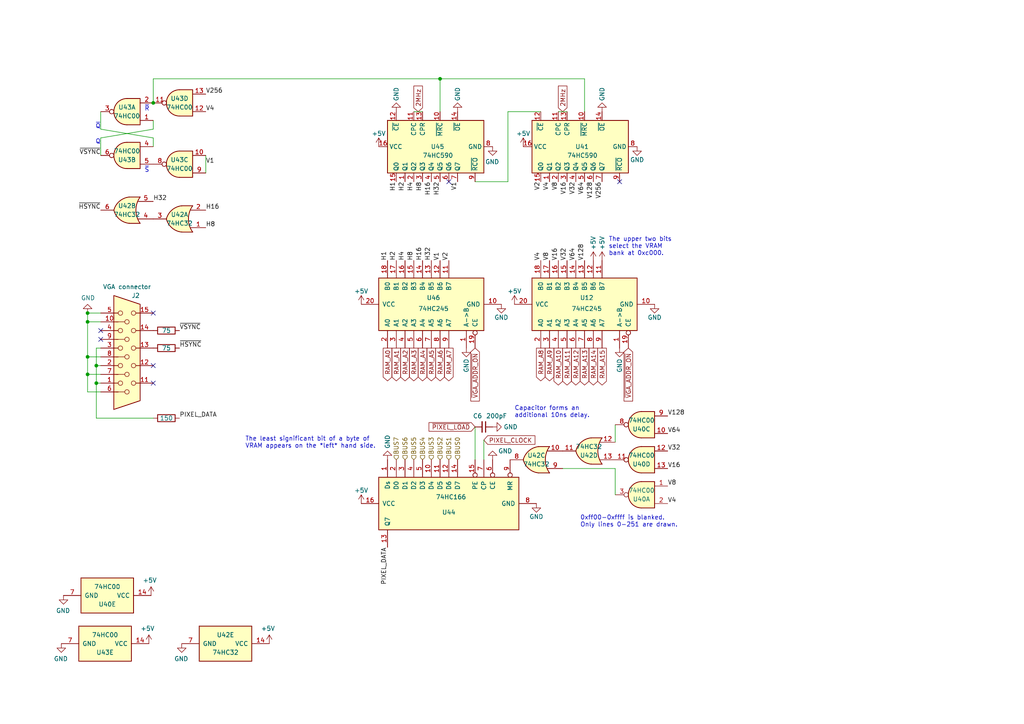
<source format=kicad_sch>
(kicad_sch (version 20211123) (generator eeschema)

  (uuid 58175766-a528-4fb2-ae9f-44f2b527a568)

  (paper "A4")

  (title_block
    (title "VGA Circuit")
    (date "2023-07-11")
    (rev "1.2")
    (comment 2 "creativecommons.org/licenses/by-nc-sa/4.0/")
    (comment 3 "This work is licensed under CC BY-NC-SA 4.0")
    (comment 4 "Author: Carsten Herting (slu4)")
  )

  (lib_symbols
    (symbol "74xx:74HC00" (pin_names (offset 1.016)) (in_bom yes) (on_board yes)
      (property "Reference" "U" (id 0) (at 0 1.27 0)
        (effects (font (size 1.27 1.27)))
      )
      (property "Value" "74HC00" (id 1) (at 0 -1.27 0)
        (effects (font (size 1.27 1.27)))
      )
      (property "Footprint" "" (id 2) (at 0 0 0)
        (effects (font (size 1.27 1.27)) hide)
      )
      (property "Datasheet" "http://www.ti.com/lit/gpn/sn74hc00" (id 3) (at 0 0 0)
        (effects (font (size 1.27 1.27)) hide)
      )
      (property "ki_locked" "" (id 4) (at 0 0 0)
        (effects (font (size 1.27 1.27)))
      )
      (property "ki_keywords" "HCMOS nand 2-input" (id 5) (at 0 0 0)
        (effects (font (size 1.27 1.27)) hide)
      )
      (property "ki_description" "quad 2-input NAND gate" (id 6) (at 0 0 0)
        (effects (font (size 1.27 1.27)) hide)
      )
      (property "ki_fp_filters" "DIP*W7.62mm* SO14*" (id 7) (at 0 0 0)
        (effects (font (size 1.27 1.27)) hide)
      )
      (symbol "74HC00_1_1"
        (arc (start 0 -3.81) (mid 3.81 0) (end 0 3.81)
          (stroke (width 0.254) (type default) (color 0 0 0 0))
          (fill (type background))
        )
        (polyline
          (pts
            (xy 0 3.81)
            (xy -3.81 3.81)
            (xy -3.81 -3.81)
            (xy 0 -3.81)
          )
          (stroke (width 0.254) (type default) (color 0 0 0 0))
          (fill (type background))
        )
        (pin input line (at -7.62 2.54 0) (length 3.81)
          (name "~" (effects (font (size 1.27 1.27))))
          (number "1" (effects (font (size 1.27 1.27))))
        )
        (pin input line (at -7.62 -2.54 0) (length 3.81)
          (name "~" (effects (font (size 1.27 1.27))))
          (number "2" (effects (font (size 1.27 1.27))))
        )
        (pin output inverted (at 7.62 0 180) (length 3.81)
          (name "~" (effects (font (size 1.27 1.27))))
          (number "3" (effects (font (size 1.27 1.27))))
        )
      )
      (symbol "74HC00_1_2"
        (arc (start -3.81 -3.81) (mid -2.589 0) (end -3.81 3.81)
          (stroke (width 0.254) (type default) (color 0 0 0 0))
          (fill (type none))
        )
        (arc (start -0.6096 -3.81) (mid 2.1842 -2.5851) (end 3.81 0)
          (stroke (width 0.254) (type default) (color 0 0 0 0))
          (fill (type background))
        )
        (polyline
          (pts
            (xy -3.81 -3.81)
            (xy -0.635 -3.81)
          )
          (stroke (width 0.254) (type default) (color 0 0 0 0))
          (fill (type background))
        )
        (polyline
          (pts
            (xy -3.81 3.81)
            (xy -0.635 3.81)
          )
          (stroke (width 0.254) (type default) (color 0 0 0 0))
          (fill (type background))
        )
        (polyline
          (pts
            (xy -0.635 3.81)
            (xy -3.81 3.81)
            (xy -3.81 3.81)
            (xy -3.556 3.4036)
            (xy -3.0226 2.2606)
            (xy -2.6924 1.0414)
            (xy -2.6162 -0.254)
            (xy -2.7686 -1.4986)
            (xy -3.175 -2.7178)
            (xy -3.81 -3.81)
            (xy -3.81 -3.81)
            (xy -0.635 -3.81)
          )
          (stroke (width -25.4) (type default) (color 0 0 0 0))
          (fill (type background))
        )
        (arc (start 3.81 0) (mid 2.1915 2.5936) (end -0.6096 3.81)
          (stroke (width 0.254) (type default) (color 0 0 0 0))
          (fill (type background))
        )
        (pin input inverted (at -7.62 2.54 0) (length 4.318)
          (name "~" (effects (font (size 1.27 1.27))))
          (number "1" (effects (font (size 1.27 1.27))))
        )
        (pin input inverted (at -7.62 -2.54 0) (length 4.318)
          (name "~" (effects (font (size 1.27 1.27))))
          (number "2" (effects (font (size 1.27 1.27))))
        )
        (pin output line (at 7.62 0 180) (length 3.81)
          (name "~" (effects (font (size 1.27 1.27))))
          (number "3" (effects (font (size 1.27 1.27))))
        )
      )
      (symbol "74HC00_2_1"
        (arc (start 0 -3.81) (mid 3.81 0) (end 0 3.81)
          (stroke (width 0.254) (type default) (color 0 0 0 0))
          (fill (type background))
        )
        (polyline
          (pts
            (xy 0 3.81)
            (xy -3.81 3.81)
            (xy -3.81 -3.81)
            (xy 0 -3.81)
          )
          (stroke (width 0.254) (type default) (color 0 0 0 0))
          (fill (type background))
        )
        (pin input line (at -7.62 2.54 0) (length 3.81)
          (name "~" (effects (font (size 1.27 1.27))))
          (number "4" (effects (font (size 1.27 1.27))))
        )
        (pin input line (at -7.62 -2.54 0) (length 3.81)
          (name "~" (effects (font (size 1.27 1.27))))
          (number "5" (effects (font (size 1.27 1.27))))
        )
        (pin output inverted (at 7.62 0 180) (length 3.81)
          (name "~" (effects (font (size 1.27 1.27))))
          (number "6" (effects (font (size 1.27 1.27))))
        )
      )
      (symbol "74HC00_2_2"
        (arc (start -3.81 -3.81) (mid -2.589 0) (end -3.81 3.81)
          (stroke (width 0.254) (type default) (color 0 0 0 0))
          (fill (type none))
        )
        (arc (start -0.6096 -3.81) (mid 2.1842 -2.5851) (end 3.81 0)
          (stroke (width 0.254) (type default) (color 0 0 0 0))
          (fill (type background))
        )
        (polyline
          (pts
            (xy -3.81 -3.81)
            (xy -0.635 -3.81)
          )
          (stroke (width 0.254) (type default) (color 0 0 0 0))
          (fill (type background))
        )
        (polyline
          (pts
            (xy -3.81 3.81)
            (xy -0.635 3.81)
          )
          (stroke (width 0.254) (type default) (color 0 0 0 0))
          (fill (type background))
        )
        (polyline
          (pts
            (xy -0.635 3.81)
            (xy -3.81 3.81)
            (xy -3.81 3.81)
            (xy -3.556 3.4036)
            (xy -3.0226 2.2606)
            (xy -2.6924 1.0414)
            (xy -2.6162 -0.254)
            (xy -2.7686 -1.4986)
            (xy -3.175 -2.7178)
            (xy -3.81 -3.81)
            (xy -3.81 -3.81)
            (xy -0.635 -3.81)
          )
          (stroke (width -25.4) (type default) (color 0 0 0 0))
          (fill (type background))
        )
        (arc (start 3.81 0) (mid 2.1915 2.5936) (end -0.6096 3.81)
          (stroke (width 0.254) (type default) (color 0 0 0 0))
          (fill (type background))
        )
        (pin input inverted (at -7.62 2.54 0) (length 4.318)
          (name "~" (effects (font (size 1.27 1.27))))
          (number "4" (effects (font (size 1.27 1.27))))
        )
        (pin input inverted (at -7.62 -2.54 0) (length 4.318)
          (name "~" (effects (font (size 1.27 1.27))))
          (number "5" (effects (font (size 1.27 1.27))))
        )
        (pin output line (at 7.62 0 180) (length 3.81)
          (name "~" (effects (font (size 1.27 1.27))))
          (number "6" (effects (font (size 1.27 1.27))))
        )
      )
      (symbol "74HC00_3_1"
        (arc (start 0 -3.81) (mid 3.81 0) (end 0 3.81)
          (stroke (width 0.254) (type default) (color 0 0 0 0))
          (fill (type background))
        )
        (polyline
          (pts
            (xy 0 3.81)
            (xy -3.81 3.81)
            (xy -3.81 -3.81)
            (xy 0 -3.81)
          )
          (stroke (width 0.254) (type default) (color 0 0 0 0))
          (fill (type background))
        )
        (pin input line (at -7.62 -2.54 0) (length 3.81)
          (name "~" (effects (font (size 1.27 1.27))))
          (number "10" (effects (font (size 1.27 1.27))))
        )
        (pin output inverted (at 7.62 0 180) (length 3.81)
          (name "~" (effects (font (size 1.27 1.27))))
          (number "8" (effects (font (size 1.27 1.27))))
        )
        (pin input line (at -7.62 2.54 0) (length 3.81)
          (name "~" (effects (font (size 1.27 1.27))))
          (number "9" (effects (font (size 1.27 1.27))))
        )
      )
      (symbol "74HC00_3_2"
        (arc (start -3.81 -3.81) (mid -2.589 0) (end -3.81 3.81)
          (stroke (width 0.254) (type default) (color 0 0 0 0))
          (fill (type none))
        )
        (arc (start -0.6096 -3.81) (mid 2.1842 -2.5851) (end 3.81 0)
          (stroke (width 0.254) (type default) (color 0 0 0 0))
          (fill (type background))
        )
        (polyline
          (pts
            (xy -3.81 -3.81)
            (xy -0.635 -3.81)
          )
          (stroke (width 0.254) (type default) (color 0 0 0 0))
          (fill (type background))
        )
        (polyline
          (pts
            (xy -3.81 3.81)
            (xy -0.635 3.81)
          )
          (stroke (width 0.254) (type default) (color 0 0 0 0))
          (fill (type background))
        )
        (polyline
          (pts
            (xy -0.635 3.81)
            (xy -3.81 3.81)
            (xy -3.81 3.81)
            (xy -3.556 3.4036)
            (xy -3.0226 2.2606)
            (xy -2.6924 1.0414)
            (xy -2.6162 -0.254)
            (xy -2.7686 -1.4986)
            (xy -3.175 -2.7178)
            (xy -3.81 -3.81)
            (xy -3.81 -3.81)
            (xy -0.635 -3.81)
          )
          (stroke (width -25.4) (type default) (color 0 0 0 0))
          (fill (type background))
        )
        (arc (start 3.81 0) (mid 2.1915 2.5936) (end -0.6096 3.81)
          (stroke (width 0.254) (type default) (color 0 0 0 0))
          (fill (type background))
        )
        (pin input inverted (at -7.62 -2.54 0) (length 4.318)
          (name "~" (effects (font (size 1.27 1.27))))
          (number "10" (effects (font (size 1.27 1.27))))
        )
        (pin output line (at 7.62 0 180) (length 3.81)
          (name "~" (effects (font (size 1.27 1.27))))
          (number "8" (effects (font (size 1.27 1.27))))
        )
        (pin input inverted (at -7.62 2.54 0) (length 4.318)
          (name "~" (effects (font (size 1.27 1.27))))
          (number "9" (effects (font (size 1.27 1.27))))
        )
      )
      (symbol "74HC00_4_1"
        (arc (start 0 -3.81) (mid 3.81 0) (end 0 3.81)
          (stroke (width 0.254) (type default) (color 0 0 0 0))
          (fill (type background))
        )
        (polyline
          (pts
            (xy 0 3.81)
            (xy -3.81 3.81)
            (xy -3.81 -3.81)
            (xy 0 -3.81)
          )
          (stroke (width 0.254) (type default) (color 0 0 0 0))
          (fill (type background))
        )
        (pin output inverted (at 7.62 0 180) (length 3.81)
          (name "~" (effects (font (size 1.27 1.27))))
          (number "11" (effects (font (size 1.27 1.27))))
        )
        (pin input line (at -7.62 2.54 0) (length 3.81)
          (name "~" (effects (font (size 1.27 1.27))))
          (number "12" (effects (font (size 1.27 1.27))))
        )
        (pin input line (at -7.62 -2.54 0) (length 3.81)
          (name "~" (effects (font (size 1.27 1.27))))
          (number "13" (effects (font (size 1.27 1.27))))
        )
      )
      (symbol "74HC00_4_2"
        (arc (start -3.81 -3.81) (mid -2.589 0) (end -3.81 3.81)
          (stroke (width 0.254) (type default) (color 0 0 0 0))
          (fill (type none))
        )
        (arc (start -0.6096 -3.81) (mid 2.1842 -2.5851) (end 3.81 0)
          (stroke (width 0.254) (type default) (color 0 0 0 0))
          (fill (type background))
        )
        (polyline
          (pts
            (xy -3.81 -3.81)
            (xy -0.635 -3.81)
          )
          (stroke (width 0.254) (type default) (color 0 0 0 0))
          (fill (type background))
        )
        (polyline
          (pts
            (xy -3.81 3.81)
            (xy -0.635 3.81)
          )
          (stroke (width 0.254) (type default) (color 0 0 0 0))
          (fill (type background))
        )
        (polyline
          (pts
            (xy -0.635 3.81)
            (xy -3.81 3.81)
            (xy -3.81 3.81)
            (xy -3.556 3.4036)
            (xy -3.0226 2.2606)
            (xy -2.6924 1.0414)
            (xy -2.6162 -0.254)
            (xy -2.7686 -1.4986)
            (xy -3.175 -2.7178)
            (xy -3.81 -3.81)
            (xy -3.81 -3.81)
            (xy -0.635 -3.81)
          )
          (stroke (width -25.4) (type default) (color 0 0 0 0))
          (fill (type background))
        )
        (arc (start 3.81 0) (mid 2.1915 2.5936) (end -0.6096 3.81)
          (stroke (width 0.254) (type default) (color 0 0 0 0))
          (fill (type background))
        )
        (pin output line (at 7.62 0 180) (length 3.81)
          (name "~" (effects (font (size 1.27 1.27))))
          (number "11" (effects (font (size 1.27 1.27))))
        )
        (pin input inverted (at -7.62 2.54 0) (length 4.318)
          (name "~" (effects (font (size 1.27 1.27))))
          (number "12" (effects (font (size 1.27 1.27))))
        )
        (pin input inverted (at -7.62 -2.54 0) (length 4.318)
          (name "~" (effects (font (size 1.27 1.27))))
          (number "13" (effects (font (size 1.27 1.27))))
        )
      )
      (symbol "74HC00_5_0"
        (pin power_in line (at 0 12.7 270) (length 5.08)
          (name "VCC" (effects (font (size 1.27 1.27))))
          (number "14" (effects (font (size 1.27 1.27))))
        )
        (pin power_in line (at 0 -12.7 90) (length 5.08)
          (name "GND" (effects (font (size 1.27 1.27))))
          (number "7" (effects (font (size 1.27 1.27))))
        )
      )
      (symbol "74HC00_5_1"
        (rectangle (start -5.08 7.62) (end 5.08 -7.62)
          (stroke (width 0.254) (type default) (color 0 0 0 0))
          (fill (type background))
        )
      )
    )
    (symbol "74xx:74HC590" (in_bom yes) (on_board yes)
      (property "Reference" "U" (id 0) (at -7.62 16.51 0)
        (effects (font (size 1.27 1.27)))
      )
      (property "Value" "74HC590" (id 1) (at -7.62 -13.97 0)
        (effects (font (size 1.27 1.27)))
      )
      (property "Footprint" "" (id 2) (at 0 1.27 0)
        (effects (font (size 1.27 1.27)) hide)
      )
      (property "Datasheet" "https://assets.nexperia.com/documents/data-sheet/74HC590.pdf" (id 3) (at 0 1.27 0)
        (effects (font (size 1.27 1.27)) hide)
      )
      (property "ki_keywords" "HCMOS Counter 3State" (id 4) (at 0 0 0)
        (effects (font (size 1.27 1.27)) hide)
      )
      (property "ki_description" "8-bit Binary Counter with Output Register 3-State Outputs, SOIC-16/TSSOP-16" (id 5) (at 0 0 0)
        (effects (font (size 1.27 1.27)) hide)
      )
      (property "ki_fp_filters" "DIP*W7.62mm* SOIC*3.9x9.9mm*P1.27mm* TSSOP*4.4x5mm*P0.65mm* SOIC*5.3x10.2mm*P1.27mm* SOIC*7.5x10.3mm*P1.27mm*" (id 6) (at 0 0 0)
        (effects (font (size 1.27 1.27)) hide)
      )
      (symbol "74HC590_1_0"
        (pin tri_state line (at 10.16 10.16 180) (length 2.54)
          (name "Q1" (effects (font (size 1.27 1.27))))
          (number "1" (effects (font (size 1.27 1.27))))
        )
        (pin input line (at -10.16 0 0) (length 2.54)
          (name "~{MRC}" (effects (font (size 1.27 1.27))))
          (number "10" (effects (font (size 1.27 1.27))))
        )
        (pin input line (at -10.16 7.62 0) (length 2.54)
          (name "CPC" (effects (font (size 1.27 1.27))))
          (number "11" (effects (font (size 1.27 1.27))))
        )
        (pin input line (at -10.16 12.7 0) (length 2.54)
          (name "~{CE}" (effects (font (size 1.27 1.27))))
          (number "12" (effects (font (size 1.27 1.27))))
        )
        (pin input line (at -10.16 5.08 0) (length 2.54)
          (name "CPR" (effects (font (size 1.27 1.27))))
          (number "13" (effects (font (size 1.27 1.27))))
        )
        (pin input line (at -10.16 -5.08 0) (length 2.54)
          (name "~{OE}" (effects (font (size 1.27 1.27))))
          (number "14" (effects (font (size 1.27 1.27))))
        )
        (pin tri_state line (at 10.16 12.7 180) (length 2.54)
          (name "Q0" (effects (font (size 1.27 1.27))))
          (number "15" (effects (font (size 1.27 1.27))))
        )
        (pin power_in line (at 0 17.78 270) (length 2.54)
          (name "VCC" (effects (font (size 1.27 1.27))))
          (number "16" (effects (font (size 1.27 1.27))))
        )
        (pin tri_state line (at 10.16 7.62 180) (length 2.54)
          (name "Q2" (effects (font (size 1.27 1.27))))
          (number "2" (effects (font (size 1.27 1.27))))
        )
        (pin tri_state line (at 10.16 5.08 180) (length 2.54)
          (name "Q3" (effects (font (size 1.27 1.27))))
          (number "3" (effects (font (size 1.27 1.27))))
        )
        (pin tri_state line (at 10.16 2.54 180) (length 2.54)
          (name "Q4" (effects (font (size 1.27 1.27))))
          (number "4" (effects (font (size 1.27 1.27))))
        )
        (pin tri_state line (at 10.16 0 180) (length 2.54)
          (name "Q5" (effects (font (size 1.27 1.27))))
          (number "5" (effects (font (size 1.27 1.27))))
        )
        (pin tri_state line (at 10.16 -2.54 180) (length 2.54)
          (name "Q6" (effects (font (size 1.27 1.27))))
          (number "6" (effects (font (size 1.27 1.27))))
        )
        (pin tri_state line (at 10.16 -5.08 180) (length 2.54)
          (name "Q7" (effects (font (size 1.27 1.27))))
          (number "7" (effects (font (size 1.27 1.27))))
        )
        (pin power_in line (at 0 -15.24 90) (length 2.54)
          (name "GND" (effects (font (size 1.27 1.27))))
          (number "8" (effects (font (size 1.27 1.27))))
        )
        (pin output line (at 10.16 -10.16 180) (length 2.54)
          (name "~{RCO}" (effects (font (size 1.27 1.27))))
          (number "9" (effects (font (size 1.27 1.27))))
        )
      )
      (symbol "74HC590_1_1"
        (rectangle (start -7.62 15.24) (end 7.62 -12.7)
          (stroke (width 0.254) (type default) (color 0 0 0 0))
          (fill (type background))
        )
      )
    )
    (symbol "8-Bit CPU 32k:74HC166" (pin_names (offset 1.016)) (in_bom yes) (on_board yes)
      (property "Reference" "U" (id 0) (at 2.54 0 90)
        (effects (font (size 1.27 1.27)))
      )
      (property "Value" "74HC166" (id 1) (at -1.27 0 90)
        (effects (font (size 1.27 1.27)))
      )
      (property "Footprint" "" (id 2) (at 0 0 0)
        (effects (font (size 1.27 1.27)) hide)
      )
      (property "Datasheet" "" (id 3) (at 0 -2.54 0)
        (effects (font (size 1.27 1.27)) hide)
      )
      (property "ki_locked" "" (id 4) (at 0 0 0)
        (effects (font (size 1.27 1.27)))
      )
      (property "ki_keywords" "TTL SR SR8" (id 5) (at 0 0 0)
        (effects (font (size 1.27 1.27)) hide)
      )
      (property "ki_description" "Shift Register 8-bit, parallel load" (id 6) (at 0 0 0)
        (effects (font (size 1.27 1.27)) hide)
      )
      (property "ki_fp_filters" "DIP?16*" (id 7) (at 0 0 0)
        (effects (font (size 1.27 1.27)) hide)
      )
      (symbol "74HC166_1_0"
        (pin input line (at -12.7 17.78 0) (length 5.08)
          (name "Ds" (effects (font (size 1.27 1.27))))
          (number "1" (effects (font (size 1.27 1.27))))
        )
        (pin input line (at -12.7 5.08 0) (length 5.08)
          (name "D4" (effects (font (size 1.27 1.27))))
          (number "10" (effects (font (size 1.27 1.27))))
        )
        (pin input line (at -12.7 2.54 0) (length 5.08)
          (name "D5" (effects (font (size 1.27 1.27))))
          (number "11" (effects (font (size 1.27 1.27))))
        )
        (pin input line (at -12.7 0 0) (length 5.08)
          (name "D6" (effects (font (size 1.27 1.27))))
          (number "12" (effects (font (size 1.27 1.27))))
        )
        (pin output line (at 12.7 17.78 180) (length 5.08)
          (name "Q7" (effects (font (size 1.27 1.27))))
          (number "13" (effects (font (size 1.27 1.27))))
        )
        (pin input line (at -12.7 -2.54 0) (length 5.08)
          (name "D7" (effects (font (size 1.27 1.27))))
          (number "14" (effects (font (size 1.27 1.27))))
        )
        (pin input inverted (at -12.7 -7.62 0) (length 5.08)
          (name "PE" (effects (font (size 1.27 1.27))))
          (number "15" (effects (font (size 1.27 1.27))))
        )
        (pin power_in line (at 0 25.4 270) (length 5.08)
          (name "VCC" (effects (font (size 1.27 1.27))))
          (number "16" (effects (font (size 1.27 1.27))))
        )
        (pin input line (at -12.7 15.24 0) (length 5.08)
          (name "D0" (effects (font (size 1.27 1.27))))
          (number "2" (effects (font (size 1.27 1.27))))
        )
        (pin input line (at -12.7 12.7 0) (length 5.08)
          (name "D1" (effects (font (size 1.27 1.27))))
          (number "3" (effects (font (size 1.27 1.27))))
        )
        (pin input line (at -12.7 10.16 0) (length 5.08)
          (name "D2" (effects (font (size 1.27 1.27))))
          (number "4" (effects (font (size 1.27 1.27))))
        )
        (pin input line (at -12.7 7.62 0) (length 5.08)
          (name "D3" (effects (font (size 1.27 1.27))))
          (number "5" (effects (font (size 1.27 1.27))))
        )
        (pin input inverted (at -12.7 -12.7 0) (length 5.08)
          (name "CE" (effects (font (size 1.27 1.27))))
          (number "6" (effects (font (size 1.27 1.27))))
        )
        (pin input line (at -12.7 -10.16 0) (length 5.08)
          (name "CP" (effects (font (size 1.27 1.27))))
          (number "7" (effects (font (size 1.27 1.27))))
        )
        (pin power_in line (at 0 -25.4 90) (length 5.08)
          (name "GND" (effects (font (size 1.27 1.27))))
          (number "8" (effects (font (size 1.27 1.27))))
        )
        (pin input inverted (at -12.7 -17.78 0) (length 5.08)
          (name "MR" (effects (font (size 1.27 1.27))))
          (number "9" (effects (font (size 1.27 1.27))))
        )
      )
      (symbol "74HC166_1_1"
        (rectangle (start -7.62 20.32) (end 7.62 -20.32)
          (stroke (width 0.254) (type default) (color 0 0 0 0))
          (fill (type background))
        )
      )
    )
    (symbol "8-Bit CPU 32k:74HC245" (pin_names (offset 1.016)) (in_bom yes) (on_board yes)
      (property "Reference" "U" (id 0) (at 0 -6.35 90)
        (effects (font (size 1.27 1.27)))
      )
      (property "Value" "74HC245" (id 1) (at 0 2.54 90)
        (effects (font (size 1.27 1.27)))
      )
      (property "Footprint" "" (id 2) (at 0 0 0)
        (effects (font (size 1.27 1.27)) hide)
      )
      (property "Datasheet" "http://www.ti.com/lit/gpn/sn74HC245" (id 3) (at 0 0 0)
        (effects (font (size 1.27 1.27)) hide)
      )
      (property "ki_locked" "" (id 4) (at 0 0 0)
        (effects (font (size 1.27 1.27)))
      )
      (property "ki_keywords" "HCMOS BUS 3State" (id 5) (at 0 0 0)
        (effects (font (size 1.27 1.27)) hide)
      )
      (property "ki_description" "Octal BUS Transceivers, 3-State outputs" (id 6) (at 0 0 0)
        (effects (font (size 1.27 1.27)) hide)
      )
      (property "ki_fp_filters" "DIP?20*" (id 7) (at 0 0 0)
        (effects (font (size 1.27 1.27)) hide)
      )
      (symbol "74HC245_1_0"
        (pin input line (at -12.7 -10.16 0) (length 5.08)
          (name "A->B" (effects (font (size 1.27 1.27))))
          (number "1" (effects (font (size 1.27 1.27))))
        )
        (pin power_in line (at 0 -20.32 90) (length 5.08)
          (name "GND" (effects (font (size 1.27 1.27))))
          (number "10" (effects (font (size 1.27 1.27))))
        )
        (pin tri_state line (at 12.7 -5.08 180) (length 5.08)
          (name "B7" (effects (font (size 1.27 1.27))))
          (number "11" (effects (font (size 1.27 1.27))))
        )
        (pin tri_state line (at 12.7 -2.54 180) (length 5.08)
          (name "B6" (effects (font (size 1.27 1.27))))
          (number "12" (effects (font (size 1.27 1.27))))
        )
        (pin tri_state line (at 12.7 0 180) (length 5.08)
          (name "B5" (effects (font (size 1.27 1.27))))
          (number "13" (effects (font (size 1.27 1.27))))
        )
        (pin tri_state line (at 12.7 2.54 180) (length 5.08)
          (name "B4" (effects (font (size 1.27 1.27))))
          (number "14" (effects (font (size 1.27 1.27))))
        )
        (pin tri_state line (at 12.7 5.08 180) (length 5.08)
          (name "B3" (effects (font (size 1.27 1.27))))
          (number "15" (effects (font (size 1.27 1.27))))
        )
        (pin tri_state line (at 12.7 7.62 180) (length 5.08)
          (name "B2" (effects (font (size 1.27 1.27))))
          (number "16" (effects (font (size 1.27 1.27))))
        )
        (pin tri_state line (at 12.7 10.16 180) (length 5.08)
          (name "B1" (effects (font (size 1.27 1.27))))
          (number "17" (effects (font (size 1.27 1.27))))
        )
        (pin tri_state line (at 12.7 12.7 180) (length 5.08)
          (name "B0" (effects (font (size 1.27 1.27))))
          (number "18" (effects (font (size 1.27 1.27))))
        )
        (pin input inverted (at -12.7 -12.7 0) (length 5.08)
          (name "CE" (effects (font (size 1.27 1.27))))
          (number "19" (effects (font (size 1.27 1.27))))
        )
        (pin tri_state line (at -12.7 12.7 0) (length 5.08)
          (name "A0" (effects (font (size 1.27 1.27))))
          (number "2" (effects (font (size 1.27 1.27))))
        )
        (pin power_in line (at 0 20.32 270) (length 5.08)
          (name "VCC" (effects (font (size 1.27 1.27))))
          (number "20" (effects (font (size 1.27 1.27))))
        )
        (pin tri_state line (at -12.7 10.16 0) (length 5.08)
          (name "A1" (effects (font (size 1.27 1.27))))
          (number "3" (effects (font (size 1.27 1.27))))
        )
        (pin tri_state line (at -12.7 7.62 0) (length 5.08)
          (name "A2" (effects (font (size 1.27 1.27))))
          (number "4" (effects (font (size 1.27 1.27))))
        )
        (pin tri_state line (at -12.7 5.08 0) (length 5.08)
          (name "A3" (effects (font (size 1.27 1.27))))
          (number "5" (effects (font (size 1.27 1.27))))
        )
        (pin tri_state line (at -12.7 2.54 0) (length 5.08)
          (name "A4" (effects (font (size 1.27 1.27))))
          (number "6" (effects (font (size 1.27 1.27))))
        )
        (pin tri_state line (at -12.7 0 0) (length 5.08)
          (name "A5" (effects (font (size 1.27 1.27))))
          (number "7" (effects (font (size 1.27 1.27))))
        )
        (pin tri_state line (at -12.7 -2.54 0) (length 5.08)
          (name "A6" (effects (font (size 1.27 1.27))))
          (number "8" (effects (font (size 1.27 1.27))))
        )
        (pin tri_state line (at -12.7 -5.08 0) (length 5.08)
          (name "A7" (effects (font (size 1.27 1.27))))
          (number "9" (effects (font (size 1.27 1.27))))
        )
      )
      (symbol "74HC245_1_1"
        (rectangle (start -7.62 15.24) (end 7.62 -15.24)
          (stroke (width 0.254) (type default) (color 0 0 0 0))
          (fill (type background))
        )
      )
    )
    (symbol "8-Bit CPU 32k:74HC32" (pin_names (offset 1.016)) (in_bom yes) (on_board yes)
      (property "Reference" "U" (id 0) (at 0 1.27 0)
        (effects (font (size 1.27 1.27)))
      )
      (property "Value" "74HC32" (id 1) (at 0 -1.27 0)
        (effects (font (size 1.27 1.27)))
      )
      (property "Footprint" "" (id 2) (at 0 0 0)
        (effects (font (size 1.27 1.27)) hide)
      )
      (property "Datasheet" "http://www.ti.com/lit/gpn/sn74LS32" (id 3) (at 0 0 0)
        (effects (font (size 1.27 1.27)) hide)
      )
      (property "ki_locked" "" (id 4) (at 0 0 0)
        (effects (font (size 1.27 1.27)))
      )
      (property "ki_keywords" "TTL Or2" (id 5) (at 0 0 0)
        (effects (font (size 1.27 1.27)) hide)
      )
      (property "ki_description" "Quad 2-input OR" (id 6) (at 0 0 0)
        (effects (font (size 1.27 1.27)) hide)
      )
      (property "ki_fp_filters" "DIP?14*" (id 7) (at 0 0 0)
        (effects (font (size 1.27 1.27)) hide)
      )
      (symbol "74HC32_1_1"
        (arc (start -3.81 -3.81) (mid -2.589 0) (end -3.81 3.81)
          (stroke (width 0.254) (type default) (color 0 0 0 0))
          (fill (type none))
        )
        (arc (start -0.6096 -3.81) (mid 2.1842 -2.5851) (end 3.81 0)
          (stroke (width 0.254) (type default) (color 0 0 0 0))
          (fill (type background))
        )
        (polyline
          (pts
            (xy -3.81 -3.81)
            (xy -0.635 -3.81)
          )
          (stroke (width 0.254) (type default) (color 0 0 0 0))
          (fill (type background))
        )
        (polyline
          (pts
            (xy -3.81 3.81)
            (xy -0.635 3.81)
          )
          (stroke (width 0.254) (type default) (color 0 0 0 0))
          (fill (type background))
        )
        (polyline
          (pts
            (xy -0.635 3.81)
            (xy -3.81 3.81)
            (xy -3.81 3.81)
            (xy -3.556 3.4036)
            (xy -3.0226 2.2606)
            (xy -2.6924 1.0414)
            (xy -2.6162 -0.254)
            (xy -2.7686 -1.4986)
            (xy -3.175 -2.7178)
            (xy -3.81 -3.81)
            (xy -3.81 -3.81)
            (xy -0.635 -3.81)
          )
          (stroke (width -25.4) (type default) (color 0 0 0 0))
          (fill (type background))
        )
        (arc (start 3.81 0) (mid 2.1915 2.5936) (end -0.6096 3.81)
          (stroke (width 0.254) (type default) (color 0 0 0 0))
          (fill (type background))
        )
        (pin input line (at -7.62 2.54 0) (length 4.318)
          (name "~" (effects (font (size 1.27 1.27))))
          (number "1" (effects (font (size 1.27 1.27))))
        )
        (pin input line (at -7.62 -2.54 0) (length 4.318)
          (name "~" (effects (font (size 1.27 1.27))))
          (number "2" (effects (font (size 1.27 1.27))))
        )
        (pin output line (at 7.62 0 180) (length 3.81)
          (name "~" (effects (font (size 1.27 1.27))))
          (number "3" (effects (font (size 1.27 1.27))))
        )
      )
      (symbol "74HC32_1_2"
        (arc (start 0 -3.81) (mid 3.81 0) (end 0 3.81)
          (stroke (width 0.254) (type default) (color 0 0 0 0))
          (fill (type background))
        )
        (polyline
          (pts
            (xy 0 3.81)
            (xy -3.81 3.81)
            (xy -3.81 -3.81)
            (xy 0 -3.81)
          )
          (stroke (width 0.254) (type default) (color 0 0 0 0))
          (fill (type background))
        )
        (pin input inverted (at -7.62 2.54 0) (length 3.81)
          (name "~" (effects (font (size 1.27 1.27))))
          (number "1" (effects (font (size 1.27 1.27))))
        )
        (pin input inverted (at -7.62 -2.54 0) (length 3.81)
          (name "~" (effects (font (size 1.27 1.27))))
          (number "2" (effects (font (size 1.27 1.27))))
        )
        (pin output inverted (at 7.62 0 180) (length 3.81)
          (name "~" (effects (font (size 1.27 1.27))))
          (number "3" (effects (font (size 1.27 1.27))))
        )
      )
      (symbol "74HC32_2_1"
        (arc (start -3.81 -3.81) (mid -2.589 0) (end -3.81 3.81)
          (stroke (width 0.254) (type default) (color 0 0 0 0))
          (fill (type none))
        )
        (arc (start -0.6096 -3.81) (mid 2.1842 -2.5851) (end 3.81 0)
          (stroke (width 0.254) (type default) (color 0 0 0 0))
          (fill (type background))
        )
        (polyline
          (pts
            (xy -3.81 -3.81)
            (xy -0.635 -3.81)
          )
          (stroke (width 0.254) (type default) (color 0 0 0 0))
          (fill (type background))
        )
        (polyline
          (pts
            (xy -3.81 3.81)
            (xy -0.635 3.81)
          )
          (stroke (width 0.254) (type default) (color 0 0 0 0))
          (fill (type background))
        )
        (polyline
          (pts
            (xy -0.635 3.81)
            (xy -3.81 3.81)
            (xy -3.81 3.81)
            (xy -3.556 3.4036)
            (xy -3.0226 2.2606)
            (xy -2.6924 1.0414)
            (xy -2.6162 -0.254)
            (xy -2.7686 -1.4986)
            (xy -3.175 -2.7178)
            (xy -3.81 -3.81)
            (xy -3.81 -3.81)
            (xy -0.635 -3.81)
          )
          (stroke (width -25.4) (type default) (color 0 0 0 0))
          (fill (type background))
        )
        (arc (start 3.81 0) (mid 2.1915 2.5936) (end -0.6096 3.81)
          (stroke (width 0.254) (type default) (color 0 0 0 0))
          (fill (type background))
        )
        (pin input line (at -7.62 2.54 0) (length 4.318)
          (name "~" (effects (font (size 1.27 1.27))))
          (number "4" (effects (font (size 1.27 1.27))))
        )
        (pin input line (at -7.62 -2.54 0) (length 4.318)
          (name "~" (effects (font (size 1.27 1.27))))
          (number "5" (effects (font (size 1.27 1.27))))
        )
        (pin output line (at 7.62 0 180) (length 3.81)
          (name "~" (effects (font (size 1.27 1.27))))
          (number "6" (effects (font (size 1.27 1.27))))
        )
      )
      (symbol "74HC32_2_2"
        (arc (start 0 -3.81) (mid 3.81 0) (end 0 3.81)
          (stroke (width 0.254) (type default) (color 0 0 0 0))
          (fill (type background))
        )
        (polyline
          (pts
            (xy 0 3.81)
            (xy -3.81 3.81)
            (xy -3.81 -3.81)
            (xy 0 -3.81)
          )
          (stroke (width 0.254) (type default) (color 0 0 0 0))
          (fill (type background))
        )
        (pin input inverted (at -7.62 2.54 0) (length 3.81)
          (name "~" (effects (font (size 1.27 1.27))))
          (number "4" (effects (font (size 1.27 1.27))))
        )
        (pin input inverted (at -7.62 -2.54 0) (length 3.81)
          (name "~" (effects (font (size 1.27 1.27))))
          (number "5" (effects (font (size 1.27 1.27))))
        )
        (pin output inverted (at 7.62 0 180) (length 3.81)
          (name "~" (effects (font (size 1.27 1.27))))
          (number "6" (effects (font (size 1.27 1.27))))
        )
      )
      (symbol "74HC32_3_1"
        (arc (start -3.81 -3.81) (mid -2.589 0) (end -3.81 3.81)
          (stroke (width 0.254) (type default) (color 0 0 0 0))
          (fill (type none))
        )
        (arc (start -0.6096 -3.81) (mid 2.1842 -2.5851) (end 3.81 0)
          (stroke (width 0.254) (type default) (color 0 0 0 0))
          (fill (type background))
        )
        (polyline
          (pts
            (xy -3.81 -3.81)
            (xy -0.635 -3.81)
          )
          (stroke (width 0.254) (type default) (color 0 0 0 0))
          (fill (type background))
        )
        (polyline
          (pts
            (xy -3.81 3.81)
            (xy -0.635 3.81)
          )
          (stroke (width 0.254) (type default) (color 0 0 0 0))
          (fill (type background))
        )
        (polyline
          (pts
            (xy -0.635 3.81)
            (xy -3.81 3.81)
            (xy -3.81 3.81)
            (xy -3.556 3.4036)
            (xy -3.0226 2.2606)
            (xy -2.6924 1.0414)
            (xy -2.6162 -0.254)
            (xy -2.7686 -1.4986)
            (xy -3.175 -2.7178)
            (xy -3.81 -3.81)
            (xy -3.81 -3.81)
            (xy -0.635 -3.81)
          )
          (stroke (width -25.4) (type default) (color 0 0 0 0))
          (fill (type background))
        )
        (arc (start 3.81 0) (mid 2.1915 2.5936) (end -0.6096 3.81)
          (stroke (width 0.254) (type default) (color 0 0 0 0))
          (fill (type background))
        )
        (pin input line (at -7.62 -2.54 0) (length 4.318)
          (name "~" (effects (font (size 1.27 1.27))))
          (number "10" (effects (font (size 1.27 1.27))))
        )
        (pin output line (at 7.62 0 180) (length 3.81)
          (name "~" (effects (font (size 1.27 1.27))))
          (number "8" (effects (font (size 1.27 1.27))))
        )
        (pin input line (at -7.62 2.54 0) (length 4.318)
          (name "~" (effects (font (size 1.27 1.27))))
          (number "9" (effects (font (size 1.27 1.27))))
        )
      )
      (symbol "74HC32_3_2"
        (arc (start 0 -3.81) (mid 3.81 0) (end 0 3.81)
          (stroke (width 0.254) (type default) (color 0 0 0 0))
          (fill (type background))
        )
        (polyline
          (pts
            (xy 0 3.81)
            (xy -3.81 3.81)
            (xy -3.81 -3.81)
            (xy 0 -3.81)
          )
          (stroke (width 0.254) (type default) (color 0 0 0 0))
          (fill (type background))
        )
        (pin input inverted (at -7.62 -2.54 0) (length 3.81)
          (name "~" (effects (font (size 1.27 1.27))))
          (number "10" (effects (font (size 1.27 1.27))))
        )
        (pin output inverted (at 7.62 0 180) (length 3.81)
          (name "~" (effects (font (size 1.27 1.27))))
          (number "8" (effects (font (size 1.27 1.27))))
        )
        (pin input inverted (at -7.62 2.54 0) (length 3.81)
          (name "~" (effects (font (size 1.27 1.27))))
          (number "9" (effects (font (size 1.27 1.27))))
        )
      )
      (symbol "74HC32_4_1"
        (arc (start -3.81 -3.81) (mid -2.589 0) (end -3.81 3.81)
          (stroke (width 0.254) (type default) (color 0 0 0 0))
          (fill (type none))
        )
        (arc (start -0.6096 -3.81) (mid 2.1842 -2.5851) (end 3.81 0)
          (stroke (width 0.254) (type default) (color 0 0 0 0))
          (fill (type background))
        )
        (polyline
          (pts
            (xy -3.81 -3.81)
            (xy -0.635 -3.81)
          )
          (stroke (width 0.254) (type default) (color 0 0 0 0))
          (fill (type background))
        )
        (polyline
          (pts
            (xy -3.81 3.81)
            (xy -0.635 3.81)
          )
          (stroke (width 0.254) (type default) (color 0 0 0 0))
          (fill (type background))
        )
        (polyline
          (pts
            (xy -0.635 3.81)
            (xy -3.81 3.81)
            (xy -3.81 3.81)
            (xy -3.556 3.4036)
            (xy -3.0226 2.2606)
            (xy -2.6924 1.0414)
            (xy -2.6162 -0.254)
            (xy -2.7686 -1.4986)
            (xy -3.175 -2.7178)
            (xy -3.81 -3.81)
            (xy -3.81 -3.81)
            (xy -0.635 -3.81)
          )
          (stroke (width -25.4) (type default) (color 0 0 0 0))
          (fill (type background))
        )
        (arc (start 3.81 0) (mid 2.1915 2.5936) (end -0.6096 3.81)
          (stroke (width 0.254) (type default) (color 0 0 0 0))
          (fill (type background))
        )
        (pin output line (at 7.62 0 180) (length 3.81)
          (name "~" (effects (font (size 1.27 1.27))))
          (number "11" (effects (font (size 1.27 1.27))))
        )
        (pin input line (at -7.62 2.54 0) (length 4.318)
          (name "~" (effects (font (size 1.27 1.27))))
          (number "12" (effects (font (size 1.27 1.27))))
        )
        (pin input line (at -7.62 -2.54 0) (length 4.318)
          (name "~" (effects (font (size 1.27 1.27))))
          (number "13" (effects (font (size 1.27 1.27))))
        )
      )
      (symbol "74HC32_4_2"
        (arc (start 0 -3.81) (mid 3.81 0) (end 0 3.81)
          (stroke (width 0.254) (type default) (color 0 0 0 0))
          (fill (type background))
        )
        (polyline
          (pts
            (xy 0 3.81)
            (xy -3.81 3.81)
            (xy -3.81 -3.81)
            (xy 0 -3.81)
          )
          (stroke (width 0.254) (type default) (color 0 0 0 0))
          (fill (type background))
        )
        (pin output inverted (at 7.62 0 180) (length 3.81)
          (name "~" (effects (font (size 1.27 1.27))))
          (number "11" (effects (font (size 1.27 1.27))))
        )
        (pin input inverted (at -7.62 2.54 0) (length 3.81)
          (name "~" (effects (font (size 1.27 1.27))))
          (number "12" (effects (font (size 1.27 1.27))))
        )
        (pin input inverted (at -7.62 -2.54 0) (length 3.81)
          (name "~" (effects (font (size 1.27 1.27))))
          (number "13" (effects (font (size 1.27 1.27))))
        )
      )
      (symbol "74HC32_5_0"
        (pin power_in line (at 0 12.7 270) (length 5.08)
          (name "VCC" (effects (font (size 1.27 1.27))))
          (number "14" (effects (font (size 1.27 1.27))))
        )
        (pin power_in line (at 0 -12.7 90) (length 5.08)
          (name "GND" (effects (font (size 1.27 1.27))))
          (number "7" (effects (font (size 1.27 1.27))))
        )
      )
      (symbol "74HC32_5_1"
        (rectangle (start -5.08 7.62) (end 5.08 -7.62)
          (stroke (width 0.254) (type default) (color 0 0 0 0))
          (fill (type background))
        )
      )
    )
    (symbol "Connector:DB15_Female_HighDensity" (pin_names (offset 1.016) hide) (in_bom yes) (on_board yes)
      (property "Reference" "J" (id 0) (at 0 21.59 0)
        (effects (font (size 1.27 1.27)))
      )
      (property "Value" "DB15_Female_HighDensity" (id 1) (at 0 19.05 0)
        (effects (font (size 1.27 1.27)))
      )
      (property "Footprint" "" (id 2) (at -24.13 10.16 0)
        (effects (font (size 1.27 1.27)) hide)
      )
      (property "Datasheet" " ~" (id 3) (at -24.13 10.16 0)
        (effects (font (size 1.27 1.27)) hide)
      )
      (property "ki_keywords" "connector db15 VGA female D-SUB" (id 4) (at 0 0 0)
        (effects (font (size 1.27 1.27)) hide)
      )
      (property "ki_description" "15-pin female D-SUB connector, High density (3 columns), Triple Row, Generic, VGA-connector" (id 5) (at 0 0 0)
        (effects (font (size 1.27 1.27)) hide)
      )
      (property "ki_fp_filters" "DSUB*Female*" (id 6) (at 0 0 0)
        (effects (font (size 1.27 1.27)) hide)
      )
      (symbol "DB15_Female_HighDensity_0_1"
        (circle (center -1.905 -10.16) (radius 0.635)
          (stroke (width 0) (type default) (color 0 0 0 0))
          (fill (type none))
        )
        (circle (center -1.905 -5.08) (radius 0.635)
          (stroke (width 0) (type default) (color 0 0 0 0))
          (fill (type none))
        )
        (circle (center -1.905 0) (radius 0.635)
          (stroke (width 0) (type default) (color 0 0 0 0))
          (fill (type none))
        )
        (circle (center -1.905 5.08) (radius 0.635)
          (stroke (width 0) (type default) (color 0 0 0 0))
          (fill (type none))
        )
        (circle (center -1.905 10.16) (radius 0.635)
          (stroke (width 0) (type default) (color 0 0 0 0))
          (fill (type none))
        )
        (circle (center 0 -7.62) (radius 0.635)
          (stroke (width 0) (type default) (color 0 0 0 0))
          (fill (type none))
        )
        (circle (center 0 -2.54) (radius 0.635)
          (stroke (width 0) (type default) (color 0 0 0 0))
          (fill (type none))
        )
        (polyline
          (pts
            (xy -3.175 7.62)
            (xy -0.635 7.62)
          )
          (stroke (width 0) (type default) (color 0 0 0 0))
          (fill (type none))
        )
        (polyline
          (pts
            (xy -0.635 -7.62)
            (xy -3.175 -7.62)
          )
          (stroke (width 0) (type default) (color 0 0 0 0))
          (fill (type none))
        )
        (polyline
          (pts
            (xy -0.635 -2.54)
            (xy -3.175 -2.54)
          )
          (stroke (width 0) (type default) (color 0 0 0 0))
          (fill (type none))
        )
        (polyline
          (pts
            (xy -0.635 2.54)
            (xy -3.175 2.54)
          )
          (stroke (width 0) (type default) (color 0 0 0 0))
          (fill (type none))
        )
        (polyline
          (pts
            (xy -0.635 12.7)
            (xy -3.175 12.7)
          )
          (stroke (width 0) (type default) (color 0 0 0 0))
          (fill (type none))
        )
        (polyline
          (pts
            (xy -3.81 17.78)
            (xy -3.81 -15.24)
            (xy 3.81 -12.7)
            (xy 3.81 15.24)
            (xy -3.81 17.78)
          )
          (stroke (width 0.254) (type default) (color 0 0 0 0))
          (fill (type background))
        )
        (circle (center 0 2.54) (radius 0.635)
          (stroke (width 0) (type default) (color 0 0 0 0))
          (fill (type none))
        )
        (circle (center 0 7.62) (radius 0.635)
          (stroke (width 0) (type default) (color 0 0 0 0))
          (fill (type none))
        )
        (circle (center 0 12.7) (radius 0.635)
          (stroke (width 0) (type default) (color 0 0 0 0))
          (fill (type none))
        )
        (circle (center 1.905 -10.16) (radius 0.635)
          (stroke (width 0) (type default) (color 0 0 0 0))
          (fill (type none))
        )
        (circle (center 1.905 -5.08) (radius 0.635)
          (stroke (width 0) (type default) (color 0 0 0 0))
          (fill (type none))
        )
        (circle (center 1.905 0) (radius 0.635)
          (stroke (width 0) (type default) (color 0 0 0 0))
          (fill (type none))
        )
        (circle (center 1.905 5.08) (radius 0.635)
          (stroke (width 0) (type default) (color 0 0 0 0))
          (fill (type none))
        )
        (circle (center 1.905 10.16) (radius 0.635)
          (stroke (width 0) (type default) (color 0 0 0 0))
          (fill (type none))
        )
      )
      (symbol "DB15_Female_HighDensity_1_1"
        (pin passive line (at -7.62 10.16 0) (length 5.08)
          (name "~" (effects (font (size 1.27 1.27))))
          (number "1" (effects (font (size 1.27 1.27))))
        )
        (pin passive line (at -7.62 -7.62 0) (length 5.08)
          (name "~" (effects (font (size 1.27 1.27))))
          (number "10" (effects (font (size 1.27 1.27))))
        )
        (pin passive line (at 7.62 10.16 180) (length 5.08)
          (name "~" (effects (font (size 1.27 1.27))))
          (number "11" (effects (font (size 1.27 1.27))))
        )
        (pin passive line (at 7.62 5.08 180) (length 5.08)
          (name "~" (effects (font (size 1.27 1.27))))
          (number "12" (effects (font (size 1.27 1.27))))
        )
        (pin passive line (at 7.62 0 180) (length 5.08)
          (name "~" (effects (font (size 1.27 1.27))))
          (number "13" (effects (font (size 1.27 1.27))))
        )
        (pin passive line (at 7.62 -5.08 180) (length 5.08)
          (name "~" (effects (font (size 1.27 1.27))))
          (number "14" (effects (font (size 1.27 1.27))))
        )
        (pin passive line (at 7.62 -10.16 180) (length 5.08)
          (name "~" (effects (font (size 1.27 1.27))))
          (number "15" (effects (font (size 1.27 1.27))))
        )
        (pin passive line (at -7.62 5.08 0) (length 5.08)
          (name "~" (effects (font (size 1.27 1.27))))
          (number "2" (effects (font (size 1.27 1.27))))
        )
        (pin passive line (at -7.62 0 0) (length 5.08)
          (name "~" (effects (font (size 1.27 1.27))))
          (number "3" (effects (font (size 1.27 1.27))))
        )
        (pin passive line (at -7.62 -5.08 0) (length 5.08)
          (name "~" (effects (font (size 1.27 1.27))))
          (number "4" (effects (font (size 1.27 1.27))))
        )
        (pin passive line (at -7.62 -10.16 0) (length 5.08)
          (name "~" (effects (font (size 1.27 1.27))))
          (number "5" (effects (font (size 1.27 1.27))))
        )
        (pin passive line (at -7.62 12.7 0) (length 5.08)
          (name "~" (effects (font (size 1.27 1.27))))
          (number "6" (effects (font (size 1.27 1.27))))
        )
        (pin passive line (at -7.62 7.62 0) (length 5.08)
          (name "~" (effects (font (size 1.27 1.27))))
          (number "7" (effects (font (size 1.27 1.27))))
        )
        (pin passive line (at -7.62 2.54 0) (length 5.08)
          (name "~" (effects (font (size 1.27 1.27))))
          (number "8" (effects (font (size 1.27 1.27))))
        )
        (pin passive line (at -7.62 -2.54 0) (length 5.08)
          (name "~" (effects (font (size 1.27 1.27))))
          (number "9" (effects (font (size 1.27 1.27))))
        )
      )
    )
    (symbol "Device:C_Small" (pin_numbers hide) (pin_names (offset 0.254) hide) (in_bom yes) (on_board yes)
      (property "Reference" "C" (id 0) (at 0.254 1.778 0)
        (effects (font (size 1.27 1.27)) (justify left))
      )
      (property "Value" "C_Small" (id 1) (at 0.254 -2.032 0)
        (effects (font (size 1.27 1.27)) (justify left))
      )
      (property "Footprint" "" (id 2) (at 0 0 0)
        (effects (font (size 1.27 1.27)) hide)
      )
      (property "Datasheet" "~" (id 3) (at 0 0 0)
        (effects (font (size 1.27 1.27)) hide)
      )
      (property "ki_keywords" "capacitor cap" (id 4) (at 0 0 0)
        (effects (font (size 1.27 1.27)) hide)
      )
      (property "ki_description" "Unpolarized capacitor, small symbol" (id 5) (at 0 0 0)
        (effects (font (size 1.27 1.27)) hide)
      )
      (property "ki_fp_filters" "C_*" (id 6) (at 0 0 0)
        (effects (font (size 1.27 1.27)) hide)
      )
      (symbol "C_Small_0_1"
        (polyline
          (pts
            (xy -1.524 -0.508)
            (xy 1.524 -0.508)
          )
          (stroke (width 0.3302) (type default) (color 0 0 0 0))
          (fill (type none))
        )
        (polyline
          (pts
            (xy -1.524 0.508)
            (xy 1.524 0.508)
          )
          (stroke (width 0.3048) (type default) (color 0 0 0 0))
          (fill (type none))
        )
      )
      (symbol "C_Small_1_1"
        (pin passive line (at 0 2.54 270) (length 2.032)
          (name "~" (effects (font (size 1.27 1.27))))
          (number "1" (effects (font (size 1.27 1.27))))
        )
        (pin passive line (at 0 -2.54 90) (length 2.032)
          (name "~" (effects (font (size 1.27 1.27))))
          (number "2" (effects (font (size 1.27 1.27))))
        )
      )
    )
    (symbol "Device:R" (pin_numbers hide) (pin_names (offset 0)) (in_bom yes) (on_board yes)
      (property "Reference" "R" (id 0) (at 2.032 0 90)
        (effects (font (size 1.27 1.27)))
      )
      (property "Value" "R" (id 1) (at 0 0 90)
        (effects (font (size 1.27 1.27)))
      )
      (property "Footprint" "" (id 2) (at -1.778 0 90)
        (effects (font (size 1.27 1.27)) hide)
      )
      (property "Datasheet" "~" (id 3) (at 0 0 0)
        (effects (font (size 1.27 1.27)) hide)
      )
      (property "ki_keywords" "R res resistor" (id 4) (at 0 0 0)
        (effects (font (size 1.27 1.27)) hide)
      )
      (property "ki_description" "Resistor" (id 5) (at 0 0 0)
        (effects (font (size 1.27 1.27)) hide)
      )
      (property "ki_fp_filters" "R_*" (id 6) (at 0 0 0)
        (effects (font (size 1.27 1.27)) hide)
      )
      (symbol "R_0_1"
        (rectangle (start -1.016 -2.54) (end 1.016 2.54)
          (stroke (width 0.254) (type default) (color 0 0 0 0))
          (fill (type none))
        )
      )
      (symbol "R_1_1"
        (pin passive line (at 0 3.81 270) (length 1.27)
          (name "~" (effects (font (size 1.27 1.27))))
          (number "1" (effects (font (size 1.27 1.27))))
        )
        (pin passive line (at 0 -3.81 90) (length 1.27)
          (name "~" (effects (font (size 1.27 1.27))))
          (number "2" (effects (font (size 1.27 1.27))))
        )
      )
    )
    (symbol "power:+5V" (power) (pin_names (offset 0)) (in_bom yes) (on_board yes)
      (property "Reference" "#PWR" (id 0) (at 0 -3.81 0)
        (effects (font (size 1.27 1.27)) hide)
      )
      (property "Value" "+5V" (id 1) (at 0 3.556 0)
        (effects (font (size 1.27 1.27)))
      )
      (property "Footprint" "" (id 2) (at 0 0 0)
        (effects (font (size 1.27 1.27)) hide)
      )
      (property "Datasheet" "" (id 3) (at 0 0 0)
        (effects (font (size 1.27 1.27)) hide)
      )
      (property "ki_keywords" "power-flag" (id 4) (at 0 0 0)
        (effects (font (size 1.27 1.27)) hide)
      )
      (property "ki_description" "Power symbol creates a global label with name \"+5V\"" (id 5) (at 0 0 0)
        (effects (font (size 1.27 1.27)) hide)
      )
      (symbol "+5V_0_1"
        (polyline
          (pts
            (xy -0.762 1.27)
            (xy 0 2.54)
          )
          (stroke (width 0) (type default) (color 0 0 0 0))
          (fill (type none))
        )
        (polyline
          (pts
            (xy 0 0)
            (xy 0 2.54)
          )
          (stroke (width 0) (type default) (color 0 0 0 0))
          (fill (type none))
        )
        (polyline
          (pts
            (xy 0 2.54)
            (xy 0.762 1.27)
          )
          (stroke (width 0) (type default) (color 0 0 0 0))
          (fill (type none))
        )
      )
      (symbol "+5V_1_1"
        (pin power_in line (at 0 0 90) (length 0) hide
          (name "+5V" (effects (font (size 1.27 1.27))))
          (number "1" (effects (font (size 1.27 1.27))))
        )
      )
    )
    (symbol "power:GND" (power) (pin_names (offset 0)) (in_bom yes) (on_board yes)
      (property "Reference" "#PWR" (id 0) (at 0 -6.35 0)
        (effects (font (size 1.27 1.27)) hide)
      )
      (property "Value" "GND" (id 1) (at 0 -3.81 0)
        (effects (font (size 1.27 1.27)))
      )
      (property "Footprint" "" (id 2) (at 0 0 0)
        (effects (font (size 1.27 1.27)) hide)
      )
      (property "Datasheet" "" (id 3) (at 0 0 0)
        (effects (font (size 1.27 1.27)) hide)
      )
      (property "ki_keywords" "power-flag" (id 4) (at 0 0 0)
        (effects (font (size 1.27 1.27)) hide)
      )
      (property "ki_description" "Power symbol creates a global label with name \"GND\" , ground" (id 5) (at 0 0 0)
        (effects (font (size 1.27 1.27)) hide)
      )
      (symbol "GND_0_1"
        (polyline
          (pts
            (xy 0 0)
            (xy 0 -1.27)
            (xy 1.27 -1.27)
            (xy 0 -2.54)
            (xy -1.27 -1.27)
            (xy 0 -1.27)
          )
          (stroke (width 0) (type default) (color 0 0 0 0))
          (fill (type none))
        )
      )
      (symbol "GND_1_1"
        (pin power_in line (at 0 0 270) (length 0) hide
          (name "GND" (effects (font (size 1.27 1.27))))
          (number "1" (effects (font (size 1.27 1.27))))
        )
      )
    )
  )

  (junction (at 27.94 111.125) (diameter 0) (color 0 0 0 0)
    (uuid 0f99d80d-80c9-4cce-bf00-6ba6a6e0565c)
  )
  (junction (at 44.45 29.845) (diameter 0) (color 0 0 0 0)
    (uuid 23c677f1-d868-41ee-b505-27a266b6156e)
  )
  (junction (at 25.4 93.345) (diameter 0) (color 0 0 0 0)
    (uuid 2e7472ce-20e6-4997-b8af-9bf911cdfcce)
  )
  (junction (at 25.4 103.505) (diameter 0) (color 0 0 0 0)
    (uuid 7ea05e78-6dc5-4898-8c87-f1e18f4a7c90)
  )
  (junction (at 27.94 106.045) (diameter 0) (color 0 0 0 0)
    (uuid 8af29371-f9a0-4e7f-b63a-f613af5dc099)
  )
  (junction (at 25.4 90.805) (diameter 0) (color 0 0 0 0)
    (uuid c77effd3-89be-46d5-b8ee-bc1a6343ef7b)
  )
  (junction (at 25.4 108.585) (diameter 0) (color 0 0 0 0)
    (uuid d0e1c8d2-5c1e-42ee-95f9-fb3e3f12f43c)
  )
  (junction (at 127.635 22.86) (diameter 0) (color 0 0 0 0)
    (uuid d71a9c78-a0fd-4327-9b92-1185c7e1ee02)
  )

  (no_connect (at 130.175 52.705) (uuid 1dd6d725-265c-4ef9-8976-7ea7381e4fc7))
  (no_connect (at 44.45 106.045) (uuid 299e1c16-c39c-4c6e-be0e-07f808414f8d))
  (no_connect (at 44.45 90.805) (uuid 332059a4-e7da-4c71-bf36-91eb56f511f9))
  (no_connect (at 179.705 52.705) (uuid 6c5b7665-2606-47f8-803b-a821175a4294))
  (no_connect (at 29.21 95.885) (uuid 6fe86bf9-0143-45cf-bc0f-33443e0273ec))
  (no_connect (at 44.45 111.125) (uuid dfabd3e6-a416-4b10-a200-0c592cf19eb3))
  (no_connect (at 29.21 98.425) (uuid f95a70e6-b985-41fc-9642-322b75d372ad))

  (wire (pts (xy 44.45 40.005) (xy 44.45 42.545))
    (stroke (width 0) (type default) (color 0 0 0 0))
    (uuid 10cca44d-601e-48e0-ab81-73a21872084c)
  )
  (wire (pts (xy 59.69 45.085) (xy 59.69 50.165))
    (stroke (width 0) (type default) (color 0 0 0 0))
    (uuid 11d0eda4-575a-4303-a62f-4a155fdb5a35)
  )
  (wire (pts (xy 25.4 93.345) (xy 29.21 93.345))
    (stroke (width 0) (type default) (color 0 0 0 0))
    (uuid 24cb7b1b-8014-4d54-97c9-68c8cf4cf9b6)
  )
  (wire (pts (xy 178.435 143.51) (xy 178.435 135.89))
    (stroke (width 0) (type default) (color 0 0 0 0))
    (uuid 2a732f84-a2a2-4d3c-9336-4732bc40d9d6)
  )
  (wire (pts (xy 137.795 52.705) (xy 147.32 52.705))
    (stroke (width 0) (type default) (color 0 0 0 0))
    (uuid 381d280f-d3bf-4c6b-a6fd-5035e91108c3)
  )
  (wire (pts (xy 140.335 127.635) (xy 140.335 133.35))
    (stroke (width 0) (type default) (color 0 0 0 0))
    (uuid 3ae0219e-9f40-4aca-b242-4ff163e632be)
  )
  (wire (pts (xy 44.45 121.285) (xy 27.94 121.285))
    (stroke (width 0) (type default) (color 0 0 0 0))
    (uuid 3c0ff159-7368-483d-af48-512577ab9571)
  )
  (wire (pts (xy 27.94 106.045) (xy 27.94 111.125))
    (stroke (width 0) (type default) (color 0 0 0 0))
    (uuid 43e93a8b-801b-4c15-b6b8-987e168a370e)
  )
  (wire (pts (xy 25.4 103.505) (xy 25.4 93.345))
    (stroke (width 0) (type default) (color 0 0 0 0))
    (uuid 4464d578-d913-45b5-b604-0c20ac12e41a)
  )
  (wire (pts (xy 29.21 40.005) (xy 44.45 37.465))
    (stroke (width 0) (type default) (color 0 0 0 0))
    (uuid 5147a75f-6a13-4357-9282-f2f14bddb073)
  )
  (wire (pts (xy 29.21 100.965) (xy 27.94 100.965))
    (stroke (width 0) (type default) (color 0 0 0 0))
    (uuid 73d248c6-56a3-4cb1-a9b0-15e5eada7fff)
  )
  (wire (pts (xy 169.545 22.86) (xy 169.545 32.385))
    (stroke (width 0) (type default) (color 0 0 0 0))
    (uuid 746f3b52-dc31-4781-a990-fbf7edeab516)
  )
  (wire (pts (xy 156.845 32.385) (xy 147.32 32.385))
    (stroke (width 0) (type default) (color 0 0 0 0))
    (uuid 77f9203e-ea82-4cd0-bc41-5bdc29aad8a4)
  )
  (wire (pts (xy 137.795 133.35) (xy 137.795 123.825))
    (stroke (width 0) (type default) (color 0 0 0 0))
    (uuid 893c7c64-c4d3-42aa-b78e-9660e3680d21)
  )
  (wire (pts (xy 29.21 113.665) (xy 25.4 113.665))
    (stroke (width 0) (type default) (color 0 0 0 0))
    (uuid 8a312bbd-4640-4df4-8684-94d61e6cdaea)
  )
  (wire (pts (xy 44.45 22.86) (xy 44.45 29.845))
    (stroke (width 0) (type default) (color 0 0 0 0))
    (uuid 8e4a815b-4c06-4f8e-ac3c-8f5e284a1eb1)
  )
  (wire (pts (xy 25.4 113.665) (xy 25.4 108.585))
    (stroke (width 0) (type default) (color 0 0 0 0))
    (uuid 93dc762b-3ffe-48a3-9876-bd67957ee2be)
  )
  (wire (pts (xy 29.21 106.045) (xy 27.94 106.045))
    (stroke (width 0) (type default) (color 0 0 0 0))
    (uuid 9f1720f9-1199-4c34-a3d0-9e51a0d83fb0)
  )
  (wire (pts (xy 25.4 108.585) (xy 25.4 103.505))
    (stroke (width 0) (type default) (color 0 0 0 0))
    (uuid a45e19a4-a8a3-44f5-a83d-4e716b7da3f0)
  )
  (wire (pts (xy 25.4 108.585) (xy 29.21 108.585))
    (stroke (width 0) (type default) (color 0 0 0 0))
    (uuid ab250bd4-5398-4f7a-aa14-c895ee9fa193)
  )
  (wire (pts (xy 25.4 90.805) (xy 29.21 90.805))
    (stroke (width 0) (type default) (color 0 0 0 0))
    (uuid ab770bea-d1fe-48de-a3d1-dd9efedfd769)
  )
  (wire (pts (xy 25.4 93.345) (xy 25.4 90.805))
    (stroke (width 0) (type default) (color 0 0 0 0))
    (uuid ad2f4fc7-7024-4f4f-8834-ca735e6357f4)
  )
  (wire (pts (xy 44.45 40.005) (xy 29.21 37.465))
    (stroke (width 0) (type default) (color 0 0 0 0))
    (uuid ae49cbf6-8b73-4095-a3c7-dc995c080568)
  )
  (wire (pts (xy 127.635 22.86) (xy 169.545 22.86))
    (stroke (width 0) (type default) (color 0 0 0 0))
    (uuid af6c5e77-0f44-49a1-8b5a-50e76b680a20)
  )
  (wire (pts (xy 127.635 22.86) (xy 44.45 22.86))
    (stroke (width 0) (type default) (color 0 0 0 0))
    (uuid c5fd39bb-439f-4fcb-b8fe-c1b419fa481f)
  )
  (wire (pts (xy 29.21 32.385) (xy 29.21 37.465))
    (stroke (width 0) (type default) (color 0 0 0 0))
    (uuid cb736d33-abd3-41b1-97ba-35194e76ad99)
  )
  (wire (pts (xy 29.21 40.005) (xy 29.21 45.085))
    (stroke (width 0) (type default) (color 0 0 0 0))
    (uuid ccd3d4db-9d8c-40d3-8762-ad8583a47914)
  )
  (wire (pts (xy 164.465 32.385) (xy 161.925 32.385))
    (stroke (width 0) (type default) (color 0 0 0 0))
    (uuid ce914588-f720-443e-a611-feb04408bc10)
  )
  (wire (pts (xy 27.94 100.965) (xy 27.94 106.045))
    (stroke (width 0) (type default) (color 0 0 0 0))
    (uuid d538ad2a-859b-4112-90ed-4bb8279746fd)
  )
  (wire (pts (xy 25.4 103.505) (xy 29.21 103.505))
    (stroke (width 0) (type default) (color 0 0 0 0))
    (uuid d71421d4-2614-4689-b341-d1bb69808553)
  )
  (wire (pts (xy 147.32 32.385) (xy 147.32 52.705))
    (stroke (width 0) (type default) (color 0 0 0 0))
    (uuid e3facefd-a71f-464a-92aa-3eecc6124d4b)
  )
  (wire (pts (xy 44.45 37.465) (xy 44.45 34.925))
    (stroke (width 0) (type default) (color 0 0 0 0))
    (uuid e6e7fd15-bd58-40b6-85ef-01b59d111d57)
  )
  (wire (pts (xy 178.435 135.89) (xy 163.195 135.89))
    (stroke (width 0) (type default) (color 0 0 0 0))
    (uuid e72c433c-20d8-4a9e-bbef-48966b57ea6b)
  )
  (wire (pts (xy 127.635 32.385) (xy 127.635 22.86))
    (stroke (width 0) (type default) (color 0 0 0 0))
    (uuid ef6e490b-ff7f-41a3-bfd0-ee4b41ea2ee4)
  )
  (wire (pts (xy 29.21 111.125) (xy 27.94 111.125))
    (stroke (width 0) (type default) (color 0 0 0 0))
    (uuid f06d58ea-7531-4c45-aa7c-8378ff77cea5)
  )
  (wire (pts (xy 120.015 32.385) (xy 122.555 32.385))
    (stroke (width 0) (type default) (color 0 0 0 0))
    (uuid f35746d2-1a26-43e4-987e-2d81107f5861)
  )
  (wire (pts (xy 178.435 128.27) (xy 178.435 123.19))
    (stroke (width 0) (type default) (color 0 0 0 0))
    (uuid f89b9f48-3f22-4389-adb9-29f1ab9fa1b6)
  )
  (wire (pts (xy 27.94 111.125) (xy 27.94 121.285))
    (stroke (width 0) (type default) (color 0 0 0 0))
    (uuid fe8f1188-37a7-464a-a486-0a23e995c2bd)
  )

  (text "0xff00-0xffff is blanked.\nOnly lines 0-251 are drawn."
    (at 168.275 153.035 0)
    (effects (font (size 1.27 1.27)) (justify left bottom))
    (uuid 1fcb064c-bc51-4be3-8f7a-a7c18a7404de)
  )
  (text "The upper two bits\nselect the VRAM \nbank at 0xc000."
    (at 176.53 74.295 0)
    (effects (font (size 1.27 1.27)) (justify left bottom))
    (uuid 2193ac95-1a23-45ea-9607-44255766cffc)
  )
  (text "The least significant bit of a byte of\nVRAM appears on the *left* hand side."
    (at 71.12 130.175 0)
    (effects (font (size 1.27 1.27)) (justify left bottom))
    (uuid 568e9976-d254-4050-9e52-770686026c88)
  )
  (text "~{S}" (at 41.91 50.165 0)
    (effects (font (size 1.27 1.27)) (justify left bottom))
    (uuid 63a3edd8-a60c-424f-9d3e-8d7033fd59ba)
  )
  (text "~{Q}" (at 29.21 37.465 180)
    (effects (font (size 1.27 1.27)) (justify right bottom))
    (uuid 673e9603-9a87-47c3-970a-3c273dbe8f56)
  )
  (text "Capacitor forms an\nadditional 10ns delay." (at 149.225 121.285 0)
    (effects (font (size 1.27 1.27)) (justify left bottom))
    (uuid 6c28aac2-fc35-40ad-804b-339b90562f37)
  )
  (text "Q" (at 29.21 41.91 180)
    (effects (font (size 1.27 1.27)) (justify right bottom))
    (uuid 75fe20e2-a814-4ebc-a0c0-db4fbc7b10d7)
  )
  (text "~{R}" (at 41.91 32.385 0)
    (effects (font (size 1.27 1.27)) (justify left bottom))
    (uuid e0223446-ab86-46db-9b8c-776c75dcce54)
  )

  (label "V8" (at 193.675 140.97 0)
    (effects (font (size 1.27 1.27)) (justify left bottom))
    (uuid 0242776c-2408-45ae-a505-40b2e2c24de4)
  )
  (label "V32" (at 167.005 52.705 270)
    (effects (font (size 1.27 1.27)) (justify right bottom))
    (uuid 0c983642-b964-4685-8af2-20f16b58650b)
  )
  (label "V2" (at 130.175 75.565 90)
    (effects (font (size 1.27 1.27)) (justify left bottom))
    (uuid 1627b370-2416-4cc7-871e-af121098c181)
  )
  (label "H4" (at 120.015 52.705 270)
    (effects (font (size 1.27 1.27)) (justify right bottom))
    (uuid 1a1655e2-d192-494f-8639-b661dd0ba9a1)
  )
  (label "V4" (at 159.385 52.705 270)
    (effects (font (size 1.27 1.27)) (justify right bottom))
    (uuid 1ac110db-d86a-47c5-837f-0bc7864dded7)
  )
  (label "V2" (at 156.845 52.705 270)
    (effects (font (size 1.27 1.27)) (justify right bottom))
    (uuid 227e2356-c58e-4a70-bdee-737cad486ee8)
  )
  (label "PIXEL_DATA" (at 112.395 158.75 270)
    (effects (font (size 1.27 1.27)) (justify right bottom))
    (uuid 25cef10b-9db0-4f04-b726-872b97a40e9a)
  )
  (label "H2" (at 114.935 75.565 90)
    (effects (font (size 1.27 1.27)) (justify left bottom))
    (uuid 2642f4ed-b38c-40d3-a344-99636d6ad1a6)
  )
  (label "~{HSYNC}" (at 29.21 60.96 180)
    (effects (font (size 1.27 1.27)) (justify right bottom))
    (uuid 26b29e4b-66f6-409e-900b-61a7a221c942)
  )
  (label "H8" (at 59.69 66.04 0)
    (effects (font (size 1.27 1.27)) (justify left bottom))
    (uuid 276cbac7-fbc2-4ddc-b803-4252fb8bea0f)
  )
  (label "V32" (at 193.675 130.81 0)
    (effects (font (size 1.27 1.27)) (justify left bottom))
    (uuid 28c629a0-85c3-46d6-824f-60dad9cd30d5)
  )
  (label "H32" (at 127.635 52.705 270)
    (effects (font (size 1.27 1.27)) (justify right bottom))
    (uuid 2bef24d3-8c35-40ba-9a39-6c248aef19d9)
  )
  (label "V64" (at 193.675 125.73 0)
    (effects (font (size 1.27 1.27)) (justify left bottom))
    (uuid 3b53e519-3139-4382-938b-6a5168fde09f)
  )
  (label "V4" (at 193.675 146.05 0)
    (effects (font (size 1.27 1.27)) (justify left bottom))
    (uuid 409af228-4fd7-443f-bab3-a43c3f1bccb1)
  )
  (label "H16" (at 125.095 52.705 270)
    (effects (font (size 1.27 1.27)) (justify right bottom))
    (uuid 479ea1da-fec7-434c-9fa2-0672c97cae77)
  )
  (label "V1" (at 127.635 75.565 90)
    (effects (font (size 1.27 1.27)) (justify left bottom))
    (uuid 480502f2-9e08-47de-bdd5-054adb097edb)
  )
  (label "H32" (at 125.095 75.565 90)
    (effects (font (size 1.27 1.27)) (justify left bottom))
    (uuid 4a8b030c-e2c6-4731-95eb-753a75ae359c)
  )
  (label "V256" (at 174.625 52.705 270)
    (effects (font (size 1.27 1.27)) (justify right bottom))
    (uuid 4ef5fd59-79d2-41e5-8753-506348d64357)
  )
  (label "H8" (at 120.015 75.565 90)
    (effects (font (size 1.27 1.27)) (justify left bottom))
    (uuid 5095bfbc-f53c-42d0-a54b-2561ce1888cc)
  )
  (label "V1" (at 59.69 47.625 0)
    (effects (font (size 1.27 1.27)) (justify left bottom))
    (uuid 55e7111a-c3f8-402e-a486-914e62c8a0d8)
  )
  (label "V128" (at 172.085 52.705 270)
    (effects (font (size 1.27 1.27)) (justify right bottom))
    (uuid 589c9c31-dbf1-42b3-9b09-69cc640dea5f)
  )
  (label "V64" (at 169.545 52.705 270)
    (effects (font (size 1.27 1.27)) (justify right bottom))
    (uuid 64d43a42-36e6-4c8c-8527-777b35ce3d02)
  )
  (label "H16" (at 59.69 60.96 0)
    (effects (font (size 1.27 1.27)) (justify left bottom))
    (uuid 667131e7-dce9-44e4-af2f-c61227752653)
  )
  (label "~{VSYNC}" (at 52.07 95.885 0)
    (effects (font (size 1.27 1.27)) (justify left bottom))
    (uuid 6b7032a6-4101-4158-ba5b-7d5d63ffce22)
  )
  (label "H16" (at 122.555 75.565 90)
    (effects (font (size 1.27 1.27)) (justify left bottom))
    (uuid 6eda5912-c398-4a25-a106-919d58a5791d)
  )
  (label "H1" (at 112.395 75.565 90)
    (effects (font (size 1.27 1.27)) (justify left bottom))
    (uuid 727981b9-2f64-4836-bb2b-10283f0e7138)
  )
  (label "V16" (at 193.675 135.89 0)
    (effects (font (size 1.27 1.27)) (justify left bottom))
    (uuid 75c8c824-9fdd-40ba-8e5c-373114c47ba5)
  )
  (label "V256" (at 59.69 27.305 0)
    (effects (font (size 1.27 1.27)) (justify left bottom))
    (uuid 7750b235-6a71-45e7-a880-4595aafb5923)
  )
  (label "H2" (at 117.475 52.705 270)
    (effects (font (size 1.27 1.27)) (justify right bottom))
    (uuid 871e6283-185b-4bed-82aa-d6cbc57ab286)
  )
  (label "V4" (at 59.69 32.385 0)
    (effects (font (size 1.27 1.27)) (justify left bottom))
    (uuid 8ca02e9b-07d1-4c72-8293-62ab18eabf34)
  )
  (label "V64" (at 167.005 75.565 90)
    (effects (font (size 1.27 1.27)) (justify left bottom))
    (uuid 8d0aeec0-26c4-47b1-89f1-d28211ce87d7)
  )
  (label "V1" (at 132.715 52.705 270)
    (effects (font (size 1.27 1.27)) (justify right bottom))
    (uuid 92765fc8-2b32-4d71-9a7b-d0c2e109b5da)
  )
  (label "H32" (at 44.45 58.42 0)
    (effects (font (size 1.27 1.27)) (justify left bottom))
    (uuid 935ea228-fa0d-4ba4-8b5c-3ec509040e22)
  )
  (label "H8" (at 122.555 52.705 270)
    (effects (font (size 1.27 1.27)) (justify right bottom))
    (uuid a4c47824-42e6-4166-999c-a580cab2988a)
  )
  (label "V8" (at 159.385 75.565 90)
    (effects (font (size 1.27 1.27)) (justify left bottom))
    (uuid a7028b9b-afa0-4425-8bba-c40a338f62c1)
  )
  (label "PIXEL_DATA" (at 52.07 121.285 0)
    (effects (font (size 1.27 1.27)) (justify left bottom))
    (uuid a95428ed-e2b3-4c26-8948-82d74acc4414)
  )
  (label "V128" (at 193.675 120.65 0)
    (effects (font (size 1.27 1.27)) (justify left bottom))
    (uuid a9f86b9f-871a-41fd-8122-79d606c0c5f3)
  )
  (label "V4" (at 156.845 75.565 90)
    (effects (font (size 1.27 1.27)) (justify left bottom))
    (uuid b65ae74b-c157-4183-83b8-bb3d313be336)
  )
  (label "H4" (at 117.475 75.565 90)
    (effects (font (size 1.27 1.27)) (justify left bottom))
    (uuid c4c18c12-d36b-41d8-b287-ea842aa51b30)
  )
  (label "V128" (at 169.545 75.565 90)
    (effects (font (size 1.27 1.27)) (justify left bottom))
    (uuid cac736f9-103e-43f2-8004-2690ce441073)
  )
  (label "~{VSYNC}" (at 29.21 45.085 180)
    (effects (font (size 1.27 1.27)) (justify right bottom))
    (uuid d9109420-cdef-44bf-bacb-a4b5a22bdafc)
  )
  (label "V16" (at 164.465 52.705 270)
    (effects (font (size 1.27 1.27)) (justify right bottom))
    (uuid dd174cce-0dec-4948-9db1-44fba87d7638)
  )
  (label "V32" (at 164.465 75.565 90)
    (effects (font (size 1.27 1.27)) (justify left bottom))
    (uuid df1942ed-8a8e-4f00-9a3a-566477be782f)
  )
  (label "~{HSYNC}" (at 52.07 100.965 0)
    (effects (font (size 1.27 1.27)) (justify left bottom))
    (uuid e0a70153-da5b-464b-8686-52e22c515f59)
  )
  (label "V16" (at 161.925 75.565 90)
    (effects (font (size 1.27 1.27)) (justify left bottom))
    (uuid e578c74d-fd53-4c5f-8062-891a9117d44d)
  )
  (label "V8" (at 161.925 52.705 270)
    (effects (font (size 1.27 1.27)) (justify right bottom))
    (uuid ee45ed8c-4501-4668-860a-eca3f8054a46)
  )
  (label "H1" (at 114.935 52.705 270)
    (effects (font (size 1.27 1.27)) (justify right bottom))
    (uuid f8ab59b3-cd27-4e68-a214-d4d1f2e3d907)
  )

  (global_label "RAM_A3" (shape output) (at 120.015 100.965 270) (fields_autoplaced)
    (effects (font (size 1.27 1.27)) (justify right))
    (uuid 0b7e6fa5-1a68-4fd8-99dc-91e61b4d31f3)
    (property "Intersheet References" "${INTERSHEET_REFS}" (id 0) (at 119.9356 110.3649 90)
      (effects (font (size 1.27 1.27)) (justify right) hide)
    )
  )
  (global_label "~{VGA_ADDR_ON}" (shape input) (at 182.245 100.965 270) (fields_autoplaced)
    (effects (font (size 1.27 1.27)) (justify right))
    (uuid 0de549b3-83af-42e5-a6d9-3fea9fbe5bca)
    (property "Intersheet References" "${INTERSHEET_REFS}" (id 0) (at 182.1656 116.2311 90)
      (effects (font (size 1.27 1.27)) (justify right) hide)
    )
  )
  (global_label "RAM_A5" (shape output) (at 125.095 100.965 270) (fields_autoplaced)
    (effects (font (size 1.27 1.27)) (justify right))
    (uuid 15fdb643-6005-4440-aff0-4574da757571)
    (property "Intersheet References" "${INTERSHEET_REFS}" (id 0) (at 125.0156 110.3649 90)
      (effects (font (size 1.27 1.27)) (justify right) hide)
    )
  )
  (global_label "~{VGA_ADDR_ON}" (shape input) (at 137.795 100.965 270) (fields_autoplaced)
    (effects (font (size 1.27 1.27)) (justify right))
    (uuid 28eb7d9d-3e2f-49c7-b242-210662f82b42)
    (property "Intersheet References" "${INTERSHEET_REFS}" (id 0) (at 137.7156 116.2311 90)
      (effects (font (size 1.27 1.27)) (justify right) hide)
    )
  )
  (global_label "2MHz" (shape input) (at 163.195 32.385 90) (fields_autoplaced)
    (effects (font (size 1.27 1.27)) (justify left))
    (uuid 33e0b562-6e3f-4aa7-900a-65d96c4a84cc)
    (property "Intersheet References" "${INTERSHEET_REFS}" (id 0) (at 437.515 -4.445 0)
      (effects (font (size 1.27 1.27)) (justify left) hide)
    )
  )
  (global_label "RAM_A9" (shape output) (at 159.385 100.965 270) (fields_autoplaced)
    (effects (font (size 1.27 1.27)) (justify right))
    (uuid 40c7c63f-fce7-4b97-a20f-18f634b09280)
    (property "Intersheet References" "${INTERSHEET_REFS}" (id 0) (at 159.3056 110.3649 90)
      (effects (font (size 1.27 1.27)) (justify right) hide)
    )
  )
  (global_label "RAM_A6" (shape output) (at 127.635 100.965 270) (fields_autoplaced)
    (effects (font (size 1.27 1.27)) (justify right))
    (uuid 5272422b-9abb-4ba0-bcf3-cd412402cfa9)
    (property "Intersheet References" "${INTERSHEET_REFS}" (id 0) (at 127.5556 110.3649 90)
      (effects (font (size 1.27 1.27)) (justify right) hide)
    )
  )
  (global_label "~{PIXEL_LOAD}" (shape input) (at 137.795 123.825 180) (fields_autoplaced)
    (effects (font (size 1.27 1.27)) (justify right))
    (uuid 52c043a2-37fa-41b1-bb07-3c3b8231cc83)
    (property "Intersheet References" "${INTERSHEET_REFS}" (id 0) (at 124.5246 123.9044 0)
      (effects (font (size 1.27 1.27)) (justify right) hide)
    )
  )
  (global_label "RAM_A14" (shape output) (at 172.085 100.965 270) (fields_autoplaced)
    (effects (font (size 1.27 1.27)) (justify right))
    (uuid 635ea74c-7209-4195-bca8-a69df9a486ca)
    (property "Intersheet References" "${INTERSHEET_REFS}" (id 0) (at 172.0056 111.5744 90)
      (effects (font (size 1.27 1.27)) (justify right) hide)
    )
  )
  (global_label "RAM_A13" (shape output) (at 169.545 100.965 270) (fields_autoplaced)
    (effects (font (size 1.27 1.27)) (justify right))
    (uuid 6cd802e4-2ded-428c-ab10-2932c5c58023)
    (property "Intersheet References" "${INTERSHEET_REFS}" (id 0) (at 169.4656 111.5744 90)
      (effects (font (size 1.27 1.27)) (justify right) hide)
    )
  )
  (global_label "RAM_A15" (shape output) (at 174.625 100.965 270) (fields_autoplaced)
    (effects (font (size 1.27 1.27)) (justify right))
    (uuid 7553f406-60f7-4f75-8b40-c618e685ecec)
    (property "Intersheet References" "${INTERSHEET_REFS}" (id 0) (at 174.5456 111.5744 90)
      (effects (font (size 1.27 1.27)) (justify right) hide)
    )
  )
  (global_label "RAM_A11" (shape output) (at 164.465 100.965 270) (fields_autoplaced)
    (effects (font (size 1.27 1.27)) (justify right))
    (uuid 76f13291-5167-4534-8655-4be78f6cf2c0)
    (property "Intersheet References" "${INTERSHEET_REFS}" (id 0) (at 164.3856 111.5744 90)
      (effects (font (size 1.27 1.27)) (justify right) hide)
    )
  )
  (global_label "RAM_A1" (shape output) (at 114.935 100.965 270) (fields_autoplaced)
    (effects (font (size 1.27 1.27)) (justify right))
    (uuid 80f77d3a-51f1-4a99-9e4a-b3018ed77a1a)
    (property "Intersheet References" "${INTERSHEET_REFS}" (id 0) (at 114.8556 110.3649 90)
      (effects (font (size 1.27 1.27)) (justify right) hide)
    )
  )
  (global_label "RAM_A7" (shape output) (at 130.175 100.965 270) (fields_autoplaced)
    (effects (font (size 1.27 1.27)) (justify right))
    (uuid 9d486458-e96d-4c07-ab79-933cee950581)
    (property "Intersheet References" "${INTERSHEET_REFS}" (id 0) (at 130.0956 110.3649 90)
      (effects (font (size 1.27 1.27)) (justify right) hide)
    )
  )
  (global_label "RAM_A0" (shape output) (at 112.395 100.965 270) (fields_autoplaced)
    (effects (font (size 1.27 1.27)) (justify right))
    (uuid b621c250-8aeb-489f-b978-5271d48615ba)
    (property "Intersheet References" "${INTERSHEET_REFS}" (id 0) (at 112.3156 110.3649 90)
      (effects (font (size 1.27 1.27)) (justify right) hide)
    )
  )
  (global_label "RAM_A12" (shape output) (at 167.005 100.965 270) (fields_autoplaced)
    (effects (font (size 1.27 1.27)) (justify right))
    (uuid c76b101c-b5bc-4278-9f73-5648ccd2fc93)
    (property "Intersheet References" "${INTERSHEET_REFS}" (id 0) (at 166.9256 111.5744 90)
      (effects (font (size 1.27 1.27)) (justify right) hide)
    )
  )
  (global_label "PIXEL_CLOCK" (shape input) (at 140.335 127.635 0) (fields_autoplaced)
    (effects (font (size 1.27 1.27)) (justify left))
    (uuid caa3d475-c6fe-4e34-bc14-88d919ebc69c)
    (property "Intersheet References" "${INTERSHEET_REFS}" (id 0) (at 155.0568 127.5556 0)
      (effects (font (size 1.27 1.27)) (justify left) hide)
    )
  )
  (global_label "RAM_A8" (shape output) (at 156.845 100.965 270) (fields_autoplaced)
    (effects (font (size 1.27 1.27)) (justify right))
    (uuid ccf15338-9890-42cd-8242-d949d309e260)
    (property "Intersheet References" "${INTERSHEET_REFS}" (id 0) (at 156.7656 110.3649 90)
      (effects (font (size 1.27 1.27)) (justify right) hide)
    )
  )
  (global_label "RAM_A2" (shape output) (at 117.475 100.965 270) (fields_autoplaced)
    (effects (font (size 1.27 1.27)) (justify right))
    (uuid e701f878-148e-45f5-b97c-d874f3d4b298)
    (property "Intersheet References" "${INTERSHEET_REFS}" (id 0) (at 117.3956 110.3649 90)
      (effects (font (size 1.27 1.27)) (justify right) hide)
    )
  )
  (global_label "RAM_A4" (shape output) (at 122.555 100.965 270) (fields_autoplaced)
    (effects (font (size 1.27 1.27)) (justify right))
    (uuid eeb3b636-cc39-476b-be88-d635f09c43f1)
    (property "Intersheet References" "${INTERSHEET_REFS}" (id 0) (at 122.4756 110.3649 90)
      (effects (font (size 1.27 1.27)) (justify right) hide)
    )
  )
  (global_label "2MHz" (shape input) (at 121.285 32.385 90) (fields_autoplaced)
    (effects (font (size 1.27 1.27)) (justify left))
    (uuid f543bb1a-f860-44d3-a160-a3a000937fa7)
    (property "Intersheet References" "${INTERSHEET_REFS}" (id 0) (at 492.125 -4.445 0)
      (effects (font (size 1.27 1.27)) (justify left) hide)
    )
  )
  (global_label "RAM_A10" (shape output) (at 161.925 100.965 270) (fields_autoplaced)
    (effects (font (size 1.27 1.27)) (justify right))
    (uuid fbb7ddb5-9f6d-4dfa-8742-9bfa5fe4742d)
    (property "Intersheet References" "${INTERSHEET_REFS}" (id 0) (at 161.8456 111.5744 90)
      (effects (font (size 1.27 1.27)) (justify right) hide)
    )
  )

  (hierarchical_label "BUS5" (shape input) (at 120.015 133.35 90)
    (effects (font (size 1.27 1.27)) (justify left))
    (uuid 0328af2a-817b-4978-8ce6-30439429098d)
  )
  (hierarchical_label "BUS7" (shape input) (at 114.935 133.35 90)
    (effects (font (size 1.27 1.27)) (justify left))
    (uuid 4b40c713-8e20-4908-bc1f-e8771d175dbe)
  )
  (hierarchical_label "BUS1" (shape input) (at 130.175 133.35 90)
    (effects (font (size 1.27 1.27)) (justify left))
    (uuid 794d371d-6360-4fd9-ac1f-2f88e90930c0)
  )
  (hierarchical_label "BUS4" (shape input) (at 122.555 133.35 90)
    (effects (font (size 1.27 1.27)) (justify left))
    (uuid 93523363-67ce-476c-9495-b829752beea3)
  )
  (hierarchical_label "BUS6" (shape input) (at 117.475 133.35 90)
    (effects (font (size 1.27 1.27)) (justify left))
    (uuid 9cd8e9e7-5334-4d45-8c57-bcf311e34abe)
  )
  (hierarchical_label "BUS0" (shape input) (at 132.715 133.35 90)
    (effects (font (size 1.27 1.27)) (justify left))
    (uuid bf62797a-348b-44b0-9e21-eef7505d5eb8)
  )
  (hierarchical_label "BUS2" (shape input) (at 127.635 133.35 90)
    (effects (font (size 1.27 1.27)) (justify left))
    (uuid cb2b9f76-df7d-4ad6-95c2-01ec85eb4921)
  )
  (hierarchical_label "BUS3" (shape input) (at 125.095 133.35 90)
    (effects (font (size 1.27 1.27)) (justify left))
    (uuid fb8ff0de-16a5-474c-a353-f5e317392c57)
  )

  (symbol (lib_id "power:GND") (at 142.875 133.35 0) (mirror x) (unit 1)
    (in_bom yes) (on_board yes)
    (uuid 04f61aa9-0241-44ff-b6c7-aa5024a63be8)
    (property "Reference" "#PWR0222" (id 0) (at 142.875 127 0)
      (effects (font (size 1.27 1.27)) hide)
    )
    (property "Value" "GND" (id 1) (at 148.59 130.81 0)
      (effects (font (size 1.27 1.27)) (justify right))
    )
    (property "Footprint" "" (id 2) (at 142.875 133.35 0)
      (effects (font (size 1.27 1.27)) hide)
    )
    (property "Datasheet" "" (id 3) (at 142.875 133.35 0)
      (effects (font (size 1.27 1.27)) hide)
    )
    (pin "1" (uuid 13725319-7928-4469-b4d3-588c5cc23fed))
  )

  (symbol (lib_id "power:+5V") (at 43.815 172.72 0) (mirror y) (unit 1)
    (in_bom yes) (on_board yes)
    (uuid 0514abb8-6c8f-4af1-8ec4-7a5ed43b98c5)
    (property "Reference" "#PWR0247" (id 0) (at 43.815 176.53 0)
      (effects (font (size 1.27 1.27)) hide)
    )
    (property "Value" "+5V" (id 1) (at 43.434 168.3258 0))
    (property "Footprint" "" (id 2) (at 43.815 172.72 0)
      (effects (font (size 1.27 1.27)) hide)
    )
    (property "Datasheet" "" (id 3) (at 43.815 172.72 0)
      (effects (font (size 1.27 1.27)) hide)
    )
    (pin "1" (uuid b28e5546-a775-4157-87d7-42bd43f889f5))
  )

  (symbol (lib_id "power:GND") (at 17.78 186.69 0) (mirror y) (unit 1)
    (in_bom yes) (on_board yes)
    (uuid 0bd0237d-4f0a-4efd-bb87-4c6f08df76f5)
    (property "Reference" "#PWR0189" (id 0) (at 17.78 193.04 0)
      (effects (font (size 1.27 1.27)) hide)
    )
    (property "Value" "GND" (id 1) (at 17.653 191.0842 0))
    (property "Footprint" "" (id 2) (at 17.78 186.69 0)
      (effects (font (size 1.27 1.27)) hide)
    )
    (property "Datasheet" "" (id 3) (at 17.78 186.69 0)
      (effects (font (size 1.27 1.27)) hide)
    )
    (pin "1" (uuid fd312e4c-9567-4b5a-add9-2db8cb3e1544))
  )

  (symbol (lib_id "power:+5V") (at 172.085 75.565 0) (mirror y) (unit 1)
    (in_bom yes) (on_board yes)
    (uuid 0c4ee4d2-4e1a-4959-8590-f89c42644e74)
    (property "Reference" "#PWR0233" (id 0) (at 172.085 79.375 0)
      (effects (font (size 1.27 1.27)) hide)
    )
    (property "Value" "+5V" (id 1) (at 172.085 70.485 90))
    (property "Footprint" "" (id 2) (at 172.085 75.565 0)
      (effects (font (size 1.27 1.27)) hide)
    )
    (property "Datasheet" "" (id 3) (at 172.085 75.565 0)
      (effects (font (size 1.27 1.27)) hide)
    )
    (pin "1" (uuid 07cea098-39ad-453c-99b8-d4b35a456262))
  )

  (symbol (lib_id "Connector:DB15_Female_HighDensity") (at 36.83 100.965 0) (mirror x) (unit 1)
    (in_bom yes) (on_board yes)
    (uuid 0e7c91c6-af53-459e-9068-b1ee0b526bbe)
    (property "Reference" "J2" (id 0) (at 39.37 85.725 0))
    (property "Value" "VGA connector" (id 1) (at 36.83 83.185 0))
    (property "Footprint" "ArduinoPC:VGA DSUB15HD_female" (id 2) (at 12.7 111.125 0)
      (effects (font (size 1.27 1.27)) hide)
    )
    (property "Datasheet" " ~" (id 3) (at 12.7 111.125 0)
      (effects (font (size 1.27 1.27)) hide)
    )
    (pin "1" (uuid cf6ae34f-8390-4808-9a60-7b8ad2d8fbf2))
    (pin "10" (uuid a759ef7a-8f88-447d-af6b-0a2d1aa6994f))
    (pin "11" (uuid c2c75f4f-55e5-4137-a809-56c230b4714a))
    (pin "12" (uuid 60238a7b-478e-4e09-bde1-6180046597a3))
    (pin "13" (uuid e6ddcd54-d2c3-418b-b44f-d7f22d8c5894))
    (pin "14" (uuid 3a97a3d2-c67a-48c5-9f8c-d5ce93736d38))
    (pin "15" (uuid e46f90b4-4684-49f6-861c-6d8f94a83992))
    (pin "2" (uuid 18b73d4b-ca7b-42b6-a35d-26b9702e2780))
    (pin "3" (uuid 47fe7a38-445e-4e93-a221-adf72a98f20f))
    (pin "4" (uuid e8fec76f-026d-4bf2-9e6a-67b4f5a611ca))
    (pin "5" (uuid 19aea14c-b0da-4e47-b08d-1043905593db))
    (pin "6" (uuid e2ff0bc4-21c4-4605-9b29-40e60b585a03))
    (pin "7" (uuid 87d25900-135e-4ee0-b476-6f24078b2eaa))
    (pin "8" (uuid 1266c3b3-1ddb-437e-90c1-de321aa97c4e))
    (pin "9" (uuid 93676574-eda6-4378-8060-e8f69a620608))
  )

  (symbol (lib_id "74xx:74HC00") (at 186.055 133.35 0) (mirror y) (unit 4)
    (in_bom yes) (on_board yes)
    (uuid 10d8b8bc-570b-4c42-818a-761ecae7c71c)
    (property "Reference" "U40" (id 0) (at 186.055 134.62 0))
    (property "Value" "74HC00" (id 1) (at 186.055 132.08 0))
    (property "Footprint" "Package_DIP:DIP-14_W7.62mm" (id 2) (at 186.055 133.35 0)
      (effects (font (size 1.27 1.27)) hide)
    )
    (property "Datasheet" "http://www.ti.com/lit/gpn/sn74hc00" (id 3) (at 186.055 133.35 0)
      (effects (font (size 1.27 1.27)) hide)
    )
    (pin "1" (uuid 248a3c50-5360-4489-9e5a-67ee1540c6bb))
    (pin "2" (uuid e9c72831-bcea-45f1-81f1-db304c1c177b))
    (pin "3" (uuid f655598a-c9ce-4023-9fb1-ad5b939d657a))
    (pin "4" (uuid 5d96e1db-3f21-42b8-8544-95cd2f86a296))
    (pin "5" (uuid a5b42f79-049d-4ebb-8f6f-dcab7d1e0e1b))
    (pin "6" (uuid 196b94a7-0196-4500-ae08-4ce5f4d82f6b))
    (pin "10" (uuid 6639f054-0f9f-4cdf-9a82-103c8c9c1d05))
    (pin "8" (uuid c6ca220d-0e60-4408-a480-9a165eee5c64))
    (pin "9" (uuid 15fbb945-3640-4ccc-a472-417f66091aac))
    (pin "11" (uuid 569853f0-1c01-4af2-a1bb-f5aa5ac916de))
    (pin "12" (uuid 46047422-c5ca-4e42-a3c1-7b7fb4563a5d))
    (pin "13" (uuid 3b028857-f9bc-46db-9b94-889e71cecf50))
    (pin "14" (uuid e355f0dc-0fbe-478d-ac84-9b003dab3fb6))
    (pin "7" (uuid 52554470-3f8f-4841-891f-ac5f0e7d3acb))
  )

  (symbol (lib_id "Device:R") (at 48.26 95.885 90) (unit 1)
    (in_bom yes) (on_board yes)
    (uuid 18010f90-995b-42d9-b6ac-31c93cba5ef8)
    (property "Reference" "R1" (id 0) (at 48.26 93.345 90)
      (effects (font (size 1.27 1.27)) hide)
    )
    (property "Value" "75" (id 1) (at 48.26 95.885 90))
    (property "Footprint" "Resistor_THT:R_Axial_DIN0207_L6.3mm_D2.5mm_P7.62mm_Horizontal" (id 2) (at 48.26 95.885 0)
      (effects (font (size 1.27 1.27)) hide)
    )
    (property "Datasheet" "~" (id 3) (at 48.26 95.885 0)
      (effects (font (size 1.27 1.27)) hide)
    )
    (pin "1" (uuid bb238365-b19e-477a-a94e-b753346877d6))
    (pin "2" (uuid 0aa5adea-7021-4d9e-a61e-b9952c4288d0))
  )

  (symbol (lib_id "power:GND") (at 132.715 32.385 0) (mirror x) (unit 1)
    (in_bom yes) (on_board yes)
    (uuid 1d52e563-01c2-40b2-8237-57ec4697e51e)
    (property "Reference" "#PWR0230" (id 0) (at 132.715 26.035 0)
      (effects (font (size 1.27 1.27)) hide)
    )
    (property "Value" "GND" (id 1) (at 132.715 27.305 90))
    (property "Footprint" "" (id 2) (at 132.715 32.385 0)
      (effects (font (size 1.27 1.27)) hide)
    )
    (property "Datasheet" "" (id 3) (at 132.715 32.385 0)
      (effects (font (size 1.27 1.27)) hide)
    )
    (pin "1" (uuid 6b2e4e5b-a565-4e56-b2bf-faae190bafd1))
  )

  (symbol (lib_id "8-Bit CPU 32k:74HC32") (at 155.575 133.35 180) (unit 3)
    (in_bom yes) (on_board yes)
    (uuid 2af8dd72-2b97-4411-a647-d4f155809d82)
    (property "Reference" "U42" (id 0) (at 155.575 132.0831 0))
    (property "Value" "74HC32" (id 1) (at 155.575 134.62 0))
    (property "Footprint" "Package_DIP:DIP-14_W7.62mm" (id 2) (at 155.575 133.35 0)
      (effects (font (size 1.27 1.27)) hide)
    )
    (property "Datasheet" "http://www.ti.com/lit/gpn/sn74LS32" (id 3) (at 155.575 133.35 0)
      (effects (font (size 1.27 1.27)) hide)
    )
    (pin "1" (uuid 207466e6-6270-4337-a812-0da64709519c))
    (pin "2" (uuid 8e365be9-d29a-4e32-b152-7403362ed7c9))
    (pin "3" (uuid c40b49e8-3f6f-4ff0-8f93-0efe7388e3e2))
    (pin "4" (uuid f7550ec4-7738-4246-9b43-f94d6ffe8119))
    (pin "5" (uuid 36cdc1bc-dff7-492a-843b-c999a4bc21f7))
    (pin "6" (uuid b121025b-05e8-43f0-ac46-f78e7d105c6c))
    (pin "10" (uuid 5f73c655-7b00-4e19-a86c-08377fde69e3))
    (pin "8" (uuid a18c06d7-0337-43ad-9f4d-3905795e9040))
    (pin "9" (uuid bab8efd5-d601-4c9b-bea3-fed6024c4963))
    (pin "11" (uuid a71b5d2c-e615-43b0-b53e-091c8c1f329a))
    (pin "12" (uuid 70c4bb2e-3958-428e-99f4-8ad022eb822d))
    (pin "13" (uuid 04bc3a5a-1de5-4887-8525-87e2b44eeffa))
    (pin "14" (uuid def38c1b-d044-49c6-ac88-4ba3989e843d))
    (pin "7" (uuid 56dcd1b1-2451-4560-a433-828dd77e81f5))
  )

  (symbol (lib_id "Device:C_Small") (at 140.335 123.825 270) (unit 1)
    (in_bom yes) (on_board yes)
    (uuid 3273517b-1c9a-4520-9e16-1dfb8f98f736)
    (property "Reference" "C6" (id 0) (at 137.16 120.65 90)
      (effects (font (size 1.27 1.27)) (justify left))
    )
    (property "Value" "200pF" (id 1) (at 140.97 120.65 90)
      (effects (font (size 1.27 1.27)) (justify left))
    )
    (property "Footprint" "Capacitor_THT:C_Disc_D3.4mm_W2.1mm_P2.50mm" (id 2) (at 140.335 123.825 0)
      (effects (font (size 1.27 1.27)) hide)
    )
    (property "Datasheet" "~" (id 3) (at 140.335 123.825 0)
      (effects (font (size 1.27 1.27)) hide)
    )
    (pin "1" (uuid 9f62bd6a-6911-46da-a76e-5c1144ba37a2))
    (pin "2" (uuid 9d2a983e-3a95-427a-9809-b3e00e218eaf))
  )

  (symbol (lib_id "power:GND") (at 145.415 88.265 0) (mirror y) (unit 1)
    (in_bom yes) (on_board yes)
    (uuid 337f9523-29ac-4896-a349-96be4fa1b740)
    (property "Reference" "#PWR0232" (id 0) (at 145.415 94.615 0)
      (effects (font (size 1.27 1.27)) hide)
    )
    (property "Value" "GND" (id 1) (at 145.415 92.075 0))
    (property "Footprint" "" (id 2) (at 145.415 88.265 0)
      (effects (font (size 1.27 1.27)) hide)
    )
    (property "Datasheet" "" (id 3) (at 145.415 88.265 0)
      (effects (font (size 1.27 1.27)) hide)
    )
    (pin "1" (uuid 2230f9ff-172a-4a98-a69a-30e54aed1e4e))
  )

  (symbol (lib_id "Device:R") (at 48.26 121.285 90) (mirror x) (unit 1)
    (in_bom yes) (on_board yes)
    (uuid 3ab751cd-ec71-4018-a21f-87309951ff97)
    (property "Reference" "R4" (id 0) (at 47.625 118.745 90)
      (effects (font (size 1.27 1.27)) hide)
    )
    (property "Value" "150" (id 1) (at 48.26 121.285 90))
    (property "Footprint" "Resistor_THT:R_Axial_DIN0207_L6.3mm_D2.5mm_P7.62mm_Horizontal" (id 2) (at 48.26 121.285 0)
      (effects (font (size 1.27 1.27)) hide)
    )
    (property "Datasheet" "~" (id 3) (at 48.26 121.285 0)
      (effects (font (size 1.27 1.27)) hide)
    )
    (pin "1" (uuid bba5d124-b23b-427f-9305-c85f10e28735))
    (pin "2" (uuid e853a654-d479-479d-8bb8-c9089ab7a110))
  )

  (symbol (lib_id "Device:R") (at 48.26 100.965 90) (unit 1)
    (in_bom yes) (on_board yes)
    (uuid 4dae658a-e1fb-471f-9f2c-5516204781c7)
    (property "Reference" "R3" (id 0) (at 48.26 98.425 90)
      (effects (font (size 1.27 1.27)) hide)
    )
    (property "Value" "75" (id 1) (at 48.26 100.965 90))
    (property "Footprint" "Resistor_THT:R_Axial_DIN0207_L6.3mm_D2.5mm_P7.62mm_Horizontal" (id 2) (at 48.26 100.965 0)
      (effects (font (size 1.27 1.27)) hide)
    )
    (property "Datasheet" "~" (id 3) (at 48.26 100.965 0)
      (effects (font (size 1.27 1.27)) hide)
    )
    (pin "1" (uuid 971414a2-fb82-406b-9d7d-264d9a641a00))
    (pin "2" (uuid b46189aa-70a7-46e4-95c7-bdf902d8bb55))
  )

  (symbol (lib_id "power:GND") (at 184.785 42.545 0) (mirror y) (unit 1)
    (in_bom yes) (on_board yes)
    (uuid 4e9a20cb-3bd0-433b-ad60-6d3356a08def)
    (property "Reference" "#PWR0225" (id 0) (at 184.785 48.895 0)
      (effects (font (size 1.27 1.27)) hide)
    )
    (property "Value" "GND" (id 1) (at 184.785 46.355 0))
    (property "Footprint" "" (id 2) (at 184.785 42.545 0)
      (effects (font (size 1.27 1.27)) hide)
    )
    (property "Datasheet" "" (id 3) (at 184.785 42.545 0)
      (effects (font (size 1.27 1.27)) hide)
    )
    (pin "1" (uuid 79046a3e-020d-4d55-bf28-4b49fd957921))
  )

  (symbol (lib_id "74xx:74HC00") (at 36.83 32.385 180) (unit 1)
    (in_bom yes) (on_board yes)
    (uuid 517459f1-e1ae-4afc-a2a0-4793572dba27)
    (property "Reference" "U43" (id 0) (at 36.83 31.115 0))
    (property "Value" "74HC00" (id 1) (at 36.83 33.655 0))
    (property "Footprint" "Package_DIP:DIP-14_W7.62mm" (id 2) (at 36.83 32.385 0)
      (effects (font (size 1.27 1.27)) hide)
    )
    (property "Datasheet" "http://www.ti.com/lit/gpn/sn74hc00" (id 3) (at 36.83 32.385 0)
      (effects (font (size 1.27 1.27)) hide)
    )
    (pin "1" (uuid f6fe0a77-af6e-4dfb-ac96-d0d2de64e2bf))
    (pin "2" (uuid 6f046d9a-7285-4920-b43b-7301c9f734dd))
    (pin "3" (uuid 2543342d-df2e-4a30-aa4a-353322c0c7be))
    (pin "4" (uuid 6f758a0b-f895-4717-b671-960a80617f6a))
    (pin "5" (uuid 3b80eae7-2330-49fb-adfb-cb5704bbe805))
    (pin "6" (uuid ad346e61-4350-43fa-9849-ee2ea1081df7))
    (pin "10" (uuid 5ae4c050-60bd-4d34-a510-94594a1d5edb))
    (pin "8" (uuid 13c9725a-68ad-4c90-9dde-d345b8048389))
    (pin "9" (uuid d3b27064-64cd-44e8-8277-d30cf2503432))
    (pin "11" (uuid 10328e99-1b08-48ed-a1ed-41d290fb17a4))
    (pin "12" (uuid e6f7503b-6214-49cc-adbc-d083d8fd1e1c))
    (pin "13" (uuid 78146ea2-b8cf-48a5-b845-fed9506b7e31))
    (pin "14" (uuid f8b32386-267e-495f-b9ce-508c823455a2))
    (pin "7" (uuid 79bc153a-47c0-4baa-83b1-88f09cc2fb3a))
  )

  (symbol (lib_id "power:+5V") (at 78.105 186.69 0) (mirror y) (unit 1)
    (in_bom yes) (on_board yes)
    (uuid 54828ffd-d286-41f6-9c06-720bd96176e5)
    (property "Reference" "#PWR038" (id 0) (at 78.105 190.5 0)
      (effects (font (size 1.27 1.27)) hide)
    )
    (property "Value" "+5V" (id 1) (at 77.724 182.2958 0))
    (property "Footprint" "" (id 2) (at 78.105 186.69 0)
      (effects (font (size 1.27 1.27)) hide)
    )
    (property "Datasheet" "" (id 3) (at 78.105 186.69 0)
      (effects (font (size 1.27 1.27)) hide)
    )
    (pin "1" (uuid fca10805-cf72-4eb4-b156-5d36a784f266))
  )

  (symbol (lib_id "8-Bit CPU 32k:74HC166") (at 130.175 146.05 90) (mirror x) (unit 1)
    (in_bom yes) (on_board yes)
    (uuid 58fb28f1-613c-40fe-b81f-24fbecccd743)
    (property "Reference" "U44" (id 0) (at 130.175 148.59 90))
    (property "Value" "74HC166" (id 1) (at 130.81 144.145 90))
    (property "Footprint" "Package_DIP:DIP-16_W7.62mm" (id 2) (at 130.175 146.05 0)
      (effects (font (size 1.27 1.27)) hide)
    )
    (property "Datasheet" "" (id 3) (at 132.715 146.05 0)
      (effects (font (size 1.27 1.27)) hide)
    )
    (pin "1" (uuid feebd77d-e623-4eea-8bc0-749fde698ddd))
    (pin "10" (uuid 27bf3951-e86d-4710-8634-b0c29612b786))
    (pin "11" (uuid 96f65f5d-3e9a-433e-8cfb-630a5dc63e89))
    (pin "12" (uuid 4e7439b0-d676-4666-abcf-5e684a00f4a3))
    (pin "13" (uuid d9992e9a-5ac3-4a59-9e69-016c161ffb37))
    (pin "14" (uuid 93b4194d-d673-483e-9af3-9e03337e7e4a))
    (pin "15" (uuid 17f67e74-2909-4484-bfbb-ed615b5ae7bc))
    (pin "16" (uuid 45692cd6-a5b2-4887-8d07-f037d07e5a3b))
    (pin "2" (uuid 8d194c0d-e0dd-40ea-8005-135b316c2700))
    (pin "3" (uuid 8eb741ef-12dc-450d-9301-2c919e3ae4a8))
    (pin "4" (uuid 07a4bc3e-996c-4394-b1e1-187c5b73add6))
    (pin "5" (uuid 0d019939-e66e-421e-bcce-ab59a922b639))
    (pin "6" (uuid 9eb7c856-f9b7-4452-a892-d1b401e667ce))
    (pin "7" (uuid 0c3fc8a4-4a28-417a-ac21-c7d9310cccc3))
    (pin "8" (uuid a953726e-c593-4696-9684-7e3a11103444))
    (pin "9" (uuid f4552d0e-3685-464d-b9cb-b2f077eae253))
  )

  (symbol (lib_id "power:+5V") (at 174.625 75.565 0) (mirror y) (unit 1)
    (in_bom yes) (on_board yes)
    (uuid 6ee38cc5-cef5-4af6-addb-a3515891dc96)
    (property "Reference" "#PWR0234" (id 0) (at 174.625 79.375 0)
      (effects (font (size 1.27 1.27)) hide)
    )
    (property "Value" "+5V" (id 1) (at 174.625 70.485 90))
    (property "Footprint" "" (id 2) (at 174.625 75.565 0)
      (effects (font (size 1.27 1.27)) hide)
    )
    (property "Datasheet" "" (id 3) (at 174.625 75.565 0)
      (effects (font (size 1.27 1.27)) hide)
    )
    (pin "1" (uuid 8bd1e736-4a71-4eb5-8ebf-2bfb89384203))
  )

  (symbol (lib_id "power:GND") (at 18.415 172.72 0) (mirror y) (unit 1)
    (in_bom yes) (on_board yes)
    (uuid 70c80036-4481-453d-ac0c-10aff4b7efe4)
    (property "Reference" "#PWR0239" (id 0) (at 18.415 179.07 0)
      (effects (font (size 1.27 1.27)) hide)
    )
    (property "Value" "GND" (id 1) (at 18.288 177.1142 0))
    (property "Footprint" "" (id 2) (at 18.415 172.72 0)
      (effects (font (size 1.27 1.27)) hide)
    )
    (property "Datasheet" "" (id 3) (at 18.415 172.72 0)
      (effects (font (size 1.27 1.27)) hide)
    )
    (pin "1" (uuid a75ad76c-fb72-4cbd-bfc2-25497661e4e6))
  )

  (symbol (lib_id "8-Bit CPU 32k:74HC245") (at 125.095 88.265 90) (unit 1)
    (in_bom yes) (on_board yes)
    (uuid 7295b0fb-4212-4def-9fbc-5b2ecaed07ed)
    (property "Reference" "U46" (id 0) (at 125.73 86.36 90))
    (property "Value" "74HC245" (id 1) (at 125.73 89.535 90))
    (property "Footprint" "Package_DIP:DIP-20_W7.62mm" (id 2) (at 125.095 88.265 0)
      (effects (font (size 1.27 1.27)) hide)
    )
    (property "Datasheet" "http://www.ti.com/lit/gpn/sn74HC245" (id 3) (at 125.095 88.265 0)
      (effects (font (size 1.27 1.27)) hide)
    )
    (pin "1" (uuid 6e4674f0-5a39-4498-9f36-fc8303b24451))
    (pin "10" (uuid 8ccfb14c-5e54-4a25-a0bd-05eef0a1436e))
    (pin "11" (uuid a5fd58f8-b0e3-460d-adbf-8851061093d5))
    (pin "12" (uuid d4820302-edbd-47e8-9b36-aee4c5eba9b6))
    (pin "13" (uuid f212e764-e4cb-430d-9f8e-5b917004d9c8))
    (pin "14" (uuid cfc1d4d2-815a-4158-bac4-a907aebdacf4))
    (pin "15" (uuid affba0f5-6ce1-4354-97ee-564f3a97f96c))
    (pin "16" (uuid aef7681e-e148-488b-8b03-d32e07c40e7d))
    (pin "17" (uuid e4a0e3ea-1a46-4139-8c0c-2aa3caf3feea))
    (pin "18" (uuid 7ec3d451-3a70-4b93-83b0-4dde15ea6127))
    (pin "19" (uuid 6386a5b6-3a1c-41be-aea1-3dbcc8673ec3))
    (pin "2" (uuid 202dd988-0fac-4bf8-890a-09128d8009cc))
    (pin "20" (uuid dffb7183-884b-46eb-97d7-fbb3a143eed6))
    (pin "3" (uuid 1560b488-bb54-4740-8eb9-bce1bfbc6104))
    (pin "4" (uuid 12553545-d221-4f30-9b06-a976712254bf))
    (pin "5" (uuid 4e1258a1-d358-48e8-8c65-3e3e9a9f1226))
    (pin "6" (uuid 1b6277a3-58c2-4e08-ae80-24983e568950))
    (pin "7" (uuid eedd24b2-2900-48df-82e4-e3b35e715021))
    (pin "8" (uuid 017ff773-0b7a-430a-a796-764f00d874f9))
    (pin "9" (uuid e45c6596-0319-44f8-8da0-5a1dfa225383))
  )

  (symbol (lib_id "power:GND") (at 189.865 88.265 0) (mirror y) (unit 1)
    (in_bom yes) (on_board yes)
    (uuid 739ffe43-a157-4575-a2fe-b280d7192bdb)
    (property "Reference" "#PWR0236" (id 0) (at 189.865 94.615 0)
      (effects (font (size 1.27 1.27)) hide)
    )
    (property "Value" "GND" (id 1) (at 189.865 92.075 0))
    (property "Footprint" "" (id 2) (at 189.865 88.265 0)
      (effects (font (size 1.27 1.27)) hide)
    )
    (property "Datasheet" "" (id 3) (at 189.865 88.265 0)
      (effects (font (size 1.27 1.27)) hide)
    )
    (pin "1" (uuid a83322e3-f6c1-434c-824f-3cb2341cf76e))
  )

  (symbol (lib_id "power:+5V") (at 104.775 146.05 0) (mirror y) (unit 1)
    (in_bom yes) (on_board yes)
    (uuid 772fe4dc-3253-4b16-a364-b115a18adb86)
    (property "Reference" "#PWR0241" (id 0) (at 104.775 149.86 0)
      (effects (font (size 1.27 1.27)) hide)
    )
    (property "Value" "+5V" (id 1) (at 104.775 142.24 0))
    (property "Footprint" "" (id 2) (at 104.775 146.05 0)
      (effects (font (size 1.27 1.27)) hide)
    )
    (property "Datasheet" "" (id 3) (at 104.775 146.05 0)
      (effects (font (size 1.27 1.27)) hide)
    )
    (pin "1" (uuid fd1c182a-b17e-4c77-aac7-d678a8c6103c))
  )

  (symbol (lib_id "power:+5V") (at 151.765 42.545 0) (mirror y) (unit 1)
    (in_bom yes) (on_board yes)
    (uuid 7fb0876d-9415-4b5a-b7ee-52e40e7451df)
    (property "Reference" "#PWR0226" (id 0) (at 151.765 46.355 0)
      (effects (font (size 1.27 1.27)) hide)
    )
    (property "Value" "+5V" (id 1) (at 151.765 38.735 0))
    (property "Footprint" "" (id 2) (at 151.765 42.545 0)
      (effects (font (size 1.27 1.27)) hide)
    )
    (property "Datasheet" "" (id 3) (at 151.765 42.545 0)
      (effects (font (size 1.27 1.27)) hide)
    )
    (pin "1" (uuid 61e17459-6128-419c-b0d2-6613783a32e9))
  )

  (symbol (lib_id "74xx:74HC00") (at 36.83 45.085 0) (mirror y) (unit 2)
    (in_bom yes) (on_board yes)
    (uuid 846e9f17-316b-4c68-9652-40fee9a4b126)
    (property "Reference" "U43" (id 0) (at 36.83 46.355 0))
    (property "Value" "74HC00" (id 1) (at 36.83 43.815 0))
    (property "Footprint" "Package_DIP:DIP-14_W7.62mm" (id 2) (at 36.83 45.085 0)
      (effects (font (size 1.27 1.27)) hide)
    )
    (property "Datasheet" "http://www.ti.com/lit/gpn/sn74hc00" (id 3) (at 36.83 45.085 0)
      (effects (font (size 1.27 1.27)) hide)
    )
    (pin "1" (uuid bfac3b5f-4be5-4e4b-ab0d-22d38c299c53))
    (pin "2" (uuid d562ae76-55a2-4b0d-ba2e-818fe6a4dfc7))
    (pin "3" (uuid c2047e1b-2892-454e-ade0-801fb7c2ae5a))
    (pin "4" (uuid 1db6f1f5-2afd-41d8-808e-39c2d90b97e2))
    (pin "5" (uuid 4d5edb55-5568-49e9-97f8-027394bb5a1d))
    (pin "6" (uuid 8cf567f9-46d0-47f7-a173-3bde07eba19a))
    (pin "10" (uuid 30c776ea-337c-44e0-abd0-7eb9706fdd40))
    (pin "8" (uuid 50c16b24-c0f2-4097-bbf0-f4edc755624b))
    (pin "9" (uuid 6f2373ed-9098-41bf-bb90-64f509732907))
    (pin "11" (uuid 422f7105-325c-462f-aadb-e6a2ca6ab4de))
    (pin "12" (uuid afcb8ba4-d5e1-418a-87a3-140cb183232b))
    (pin "13" (uuid 5beaecee-6b8f-422d-8d9b-dcf361bbc702))
    (pin "14" (uuid 7bf1e8ea-714b-4f0e-a8d8-7821c458aa1a))
    (pin "7" (uuid 8b33da18-7186-4435-ba47-400cca7426ad))
  )

  (symbol (lib_id "power:GND") (at 135.255 100.965 0) (mirror y) (unit 1)
    (in_bom yes) (on_board yes)
    (uuid 91695e29-ebc0-4baa-a693-509092c2c3e7)
    (property "Reference" "#PWR0237" (id 0) (at 135.255 107.315 0)
      (effects (font (size 1.27 1.27)) hide)
    )
    (property "Value" "GND" (id 1) (at 135.255 106.045 90))
    (property "Footprint" "" (id 2) (at 135.255 100.965 0)
      (effects (font (size 1.27 1.27)) hide)
    )
    (property "Datasheet" "" (id 3) (at 135.255 100.965 0)
      (effects (font (size 1.27 1.27)) hide)
    )
    (pin "1" (uuid 8047b9bf-1f5c-42fd-8c52-bdd32dc8291f))
  )

  (symbol (lib_id "8-Bit CPU 32k:74HC32") (at 52.07 63.5 180) (unit 1)
    (in_bom yes) (on_board yes)
    (uuid 97a6302a-b982-462b-bd64-e501389c4aa3)
    (property "Reference" "U42" (id 0) (at 52.07 62.2331 0))
    (property "Value" "74HC32" (id 1) (at 52.07 64.77 0))
    (property "Footprint" "Package_DIP:DIP-14_W7.62mm" (id 2) (at 52.07 63.5 0)
      (effects (font (size 1.27 1.27)) hide)
    )
    (property "Datasheet" "http://www.ti.com/lit/gpn/sn74LS32" (id 3) (at 52.07 63.5 0)
      (effects (font (size 1.27 1.27)) hide)
    )
    (pin "1" (uuid a2b1728a-f458-4f0a-860f-1aae89cb3e78))
    (pin "2" (uuid 99fdcab9-cfe7-4da8-a60e-ce92e4df8ee4))
    (pin "3" (uuid a040ce6e-330b-4584-b8e2-d70a597139ca))
    (pin "4" (uuid 31b5e891-216b-4624-8f32-3f6a28e9014f))
    (pin "5" (uuid 930aa0b9-19ae-487a-a112-b9c564c3e525))
    (pin "6" (uuid b8b648a2-a75a-4a95-91f4-04dd5361cb8e))
    (pin "10" (uuid 96e499c5-f09a-48f6-87ca-1a5077b6609b))
    (pin "8" (uuid b9928fe1-3aa1-4e30-b8c8-ffbc759bf021))
    (pin "9" (uuid b5cbb1e1-3644-474c-a414-78ae12d87dc4))
    (pin "11" (uuid 99a70eb5-cf25-4193-93d9-e6d1037c7f5f))
    (pin "12" (uuid 90c1a371-0959-4bbf-acc7-771ebf696df9))
    (pin "13" (uuid 49109d7e-04c5-445e-832e-46c4bfddff2d))
    (pin "14" (uuid 02c95c79-905d-46d5-bb00-b6ee90ef329f))
    (pin "7" (uuid 09bae46b-8c89-4041-9809-894d560023c5))
  )

  (symbol (lib_id "power:GND") (at 179.705 100.965 0) (mirror y) (unit 1)
    (in_bom yes) (on_board yes)
    (uuid a06d46d0-287a-444a-8505-4b14cdc6bb35)
    (property "Reference" "#PWR0238" (id 0) (at 179.705 107.315 0)
      (effects (font (size 1.27 1.27)) hide)
    )
    (property "Value" "GND" (id 1) (at 179.705 106.045 90))
    (property "Footprint" "" (id 2) (at 179.705 100.965 0)
      (effects (font (size 1.27 1.27)) hide)
    )
    (property "Datasheet" "" (id 3) (at 179.705 100.965 0)
      (effects (font (size 1.27 1.27)) hide)
    )
    (pin "1" (uuid b18a4120-5284-45ed-8703-a42fb588d174))
  )

  (symbol (lib_id "74xx:74HC00") (at 52.07 29.845 180) (unit 4)
    (in_bom yes) (on_board yes)
    (uuid a7108b15-5d04-4782-9bba-38dc4f8705b1)
    (property "Reference" "U43" (id 0) (at 52.07 28.575 0))
    (property "Value" "74HC00" (id 1) (at 52.07 31.115 0))
    (property "Footprint" "Package_DIP:DIP-14_W7.62mm" (id 2) (at 52.07 29.845 0)
      (effects (font (size 1.27 1.27)) hide)
    )
    (property "Datasheet" "http://www.ti.com/lit/gpn/sn74hc00" (id 3) (at 52.07 29.845 0)
      (effects (font (size 1.27 1.27)) hide)
    )
    (pin "1" (uuid 494adf2a-e55e-4e11-843d-4117cf0d0884))
    (pin "2" (uuid 98de09d0-bc73-4585-8b18-7a40b1b85a3f))
    (pin "3" (uuid 751a85c8-f9bf-4660-855b-912c4dd4976c))
    (pin "4" (uuid a88520dd-e1ad-4ddc-91a3-d3bb201ac390))
    (pin "5" (uuid 39a24ee9-8ed3-479d-8867-804bf3e518a7))
    (pin "6" (uuid ca46fe8f-7b02-45dc-ac2a-ecd9c81a7d39))
    (pin "10" (uuid a226f6a3-32ec-4821-97c2-a4ec815ea900))
    (pin "8" (uuid 6ac305f9-94c2-4523-92e9-06244a31e1f3))
    (pin "9" (uuid e4af7410-1b7c-4686-a65a-901e409f908e))
    (pin "11" (uuid fa56f8fb-7ae9-4269-8d4c-0ea215b70322))
    (pin "12" (uuid 57d30e4f-0bf0-4a84-84f7-f4a63de74a28))
    (pin "13" (uuid 48f74356-fbb2-4eae-a74e-ab8e0cd0f40c))
    (pin "14" (uuid 7e199688-ea09-49d0-b6a7-09ea97957efa))
    (pin "7" (uuid 4182081f-27d7-4f54-aa2f-b3f7dace7e35))
  )

  (symbol (lib_id "8-Bit CPU 32k:74HC32") (at 65.405 186.69 270) (unit 5)
    (in_bom yes) (on_board yes)
    (uuid aa6ec1a5-f956-41e8-ab61-ecbe5872f107)
    (property "Reference" "U42" (id 0) (at 65.405 184.15 90))
    (property "Value" "74HC32" (id 1) (at 65.405 189.23 90))
    (property "Footprint" "Package_DIP:DIP-14_W7.62mm" (id 2) (at 65.405 186.69 0)
      (effects (font (size 1.27 1.27)) hide)
    )
    (property "Datasheet" "http://www.ti.com/lit/gpn/sn74LS32" (id 3) (at 65.405 186.69 0)
      (effects (font (size 1.27 1.27)) hide)
    )
    (pin "1" (uuid f2ad0ef6-4d44-4735-a0f4-782fb9fae9fe))
    (pin "2" (uuid 138eb038-e26d-4a39-98fb-bfa79541fa44))
    (pin "3" (uuid 652d2666-c042-4cc2-b18a-dac6845d8b06))
    (pin "4" (uuid b27f7cf0-19a8-465b-b352-641d54e1cc7d))
    (pin "5" (uuid 1cce5d63-e320-43c0-afd5-ee2e0365f69e))
    (pin "6" (uuid 0c084cbe-bf60-4d23-a028-524d83118d49))
    (pin "10" (uuid b1c91941-06d8-4e3a-a5d9-bbdb653e434a))
    (pin "8" (uuid f41895cc-cc49-4493-8779-4b39608d61e5))
    (pin "9" (uuid 3e7c3007-1f94-4f09-a6ad-86ce84a53b3b))
    (pin "11" (uuid c711a178-ae4a-45ce-a079-0066d8de47f3))
    (pin "12" (uuid d6167190-4b84-44af-95da-72f0aba4e666))
    (pin "13" (uuid 75cb8529-f9a5-4d3f-99cf-21f0ade2011b))
    (pin "14" (uuid fca73181-9dae-4971-92de-894793dd4417))
    (pin "7" (uuid 5a40ae0c-cc35-467c-ba12-2540ba49d241))
  )

  (symbol (lib_id "74xx:74HC590") (at 169.545 42.545 90) (mirror x) (unit 1)
    (in_bom yes) (on_board yes)
    (uuid ae6be5ed-bcb1-4da4-82db-9ee6c2ab52d1)
    (property "Reference" "U41" (id 0) (at 170.815 42.545 90)
      (effects (font (size 1.27 1.27)) (justify left))
    )
    (property "Value" "74HC590" (id 1) (at 173.355 45.085 90)
      (effects (font (size 1.27 1.27)) (justify left))
    )
    (property "Footprint" "Package_DIP:DIP-16_W7.62mm" (id 2) (at 168.275 42.545 0)
      (effects (font (size 1.27 1.27)) hide)
    )
    (property "Datasheet" "https://assets.nexperia.com/documents/data-sheet/74HC590.pdf" (id 3) (at 168.275 42.545 0)
      (effects (font (size 1.27 1.27)) hide)
    )
    (pin "1" (uuid 3ed39c91-bbd7-47dc-a389-ef094d297251))
    (pin "10" (uuid 89111f7c-06e4-4802-9325-351c278b0c39))
    (pin "11" (uuid f771b8c3-c575-400e-8578-a9adac59f8ea))
    (pin "12" (uuid fd852216-cb05-4cd8-82ad-9a9327d94a6e))
    (pin "13" (uuid a1b147ad-0c24-4c0b-b3cd-6cca23791eed))
    (pin "14" (uuid de7d112f-9222-4216-8fd9-d81ae0893f31))
    (pin "15" (uuid adb18e8f-a619-4960-a1f8-db618e09de70))
    (pin "16" (uuid 9f5991fe-abee-4b58-9105-4dfccb502ab8))
    (pin "2" (uuid 2c23acd9-d455-4f2d-880d-fb82b1139f65))
    (pin "3" (uuid 619f29b8-2dd7-4795-8424-fa03c024e06d))
    (pin "4" (uuid 3344e5ac-3f38-46fc-abd7-f545e65f8c9c))
    (pin "5" (uuid ed5f2d8b-a01b-49dc-82ff-b35c270e0695))
    (pin "6" (uuid af9bad3c-34c5-434d-a62a-7a602266654d))
    (pin "7" (uuid 83aed610-6332-476f-b588-f81d362ee151))
    (pin "8" (uuid 0b2382be-78e9-416b-981c-b22f0f4b74dd))
    (pin "9" (uuid 9c0ff073-9633-4d5e-aea7-a6f1d5e7d20f))
  )

  (symbol (lib_id "8-Bit CPU 32k:74HC245") (at 169.545 88.265 90) (unit 1)
    (in_bom yes) (on_board yes)
    (uuid ae6e0570-b1fc-429f-8fcd-42f7f65c5cf1)
    (property "Reference" "U12" (id 0) (at 170.18 86.36 90))
    (property "Value" "74HC245" (id 1) (at 170.18 89.535 90))
    (property "Footprint" "Package_DIP:DIP-20_W7.62mm" (id 2) (at 169.545 88.265 0)
      (effects (font (size 1.27 1.27)) hide)
    )
    (property "Datasheet" "http://www.ti.com/lit/gpn/sn74HC245" (id 3) (at 169.545 88.265 0)
      (effects (font (size 1.27 1.27)) hide)
    )
    (pin "1" (uuid 65977d05-ffe5-4deb-9899-2b4e4641af89))
    (pin "10" (uuid eaffe02d-db62-4cb3-9b37-e52ac4b26af1))
    (pin "11" (uuid b4c336e6-ec1c-48eb-9616-b9fb3fb00aa0))
    (pin "12" (uuid e0de9b56-2c5c-48f7-abc3-5d74dd16449e))
    (pin "13" (uuid 223bbaa3-bd6a-429b-8e47-09298640162b))
    (pin "14" (uuid ff167f2b-4617-4835-9686-895ad44bba25))
    (pin "15" (uuid 704c73b5-89ad-41c7-b069-1601c3a01b5a))
    (pin "16" (uuid 8525946b-4b87-411b-803b-64945da7c116))
    (pin "17" (uuid 77b481e8-4f6b-4974-9f83-8523a9dacb17))
    (pin "18" (uuid 824f8cf2-bed9-4ec0-8335-f92a568f8135))
    (pin "19" (uuid 851e6ba6-b463-4374-94e4-10501764a801))
    (pin "2" (uuid 51057adf-2e28-48fb-86d6-b0a9840a7d35))
    (pin "20" (uuid ef236de4-1e27-45c4-a237-c31a56f1752e))
    (pin "3" (uuid 60df8e90-5521-48f6-a105-add1ff090a3e))
    (pin "4" (uuid adc0444a-3856-4963-97f1-a001e49da4f8))
    (pin "5" (uuid 1a023ddc-0be5-40df-9019-52f260976cb2))
    (pin "6" (uuid 58a636f6-78aa-4ad9-ac7f-327fda9c4532))
    (pin "7" (uuid 953b397b-ab89-4175-bd23-539b23d7ec61))
    (pin "8" (uuid 75bbae72-90b0-4c9c-9bd1-4c083b8ff0ec))
    (pin "9" (uuid 3947d358-2053-4827-b027-c15c01a22d33))
  )

  (symbol (lib_id "74xx:74HC00") (at 186.055 123.19 0) (mirror y) (unit 3)
    (in_bom yes) (on_board yes)
    (uuid b1d5a29f-adaf-4bca-a9b2-5ed25dcf933d)
    (property "Reference" "U40" (id 0) (at 186.055 124.46 0))
    (property "Value" "74HC00" (id 1) (at 186.055 121.92 0))
    (property "Footprint" "Package_DIP:DIP-14_W7.62mm" (id 2) (at 186.055 123.19 0)
      (effects (font (size 1.27 1.27)) hide)
    )
    (property "Datasheet" "http://www.ti.com/lit/gpn/sn74hc00" (id 3) (at 186.055 123.19 0)
      (effects (font (size 1.27 1.27)) hide)
    )
    (pin "1" (uuid 248a3c50-5360-4489-9e5a-67ee1540c6bc))
    (pin "2" (uuid e9c72831-bcea-45f1-81f1-db304c1c177c))
    (pin "3" (uuid f655598a-c9ce-4023-9fb1-ad5b939d657b))
    (pin "4" (uuid 5d96e1db-3f21-42b8-8544-95cd2f86a297))
    (pin "5" (uuid a5b42f79-049d-4ebb-8f6f-dcab7d1e0e1c))
    (pin "6" (uuid 196b94a7-0196-4500-ae08-4ce5f4d82f6c))
    (pin "10" (uuid 2dfc2b5f-de71-4f4e-82c8-cc3c6e8b8e62))
    (pin "8" (uuid c953054c-e975-4fd8-9e50-fa2c34aaf6c6))
    (pin "9" (uuid d428ac6b-eeb4-4553-aa43-b81e7e1d7b7d))
    (pin "11" (uuid 569853f0-1c01-4af2-a1bb-f5aa5ac916df))
    (pin "12" (uuid 46047422-c5ca-4e42-a3c1-7b7fb4563a5e))
    (pin "13" (uuid 3b028857-f9bc-46db-9b94-889e71cecf51))
    (pin "14" (uuid e355f0dc-0fbe-478d-ac84-9b003dab3fb7))
    (pin "7" (uuid 52554470-3f8f-4841-891f-ac5f0e7d3acc))
  )

  (symbol (lib_id "power:GND") (at 114.935 32.385 0) (mirror x) (unit 1)
    (in_bom yes) (on_board yes)
    (uuid b658b444-ee4b-49a5-875a-146a0aea0801)
    (property "Reference" "#PWR0229" (id 0) (at 114.935 26.035 0)
      (effects (font (size 1.27 1.27)) hide)
    )
    (property "Value" "GND" (id 1) (at 114.935 27.305 90))
    (property "Footprint" "" (id 2) (at 114.935 32.385 0)
      (effects (font (size 1.27 1.27)) hide)
    )
    (property "Datasheet" "" (id 3) (at 114.935 32.385 0)
      (effects (font (size 1.27 1.27)) hide)
    )
    (pin "1" (uuid 08f9b970-3be3-47ea-9336-8f91a4bd3bc4))
  )

  (symbol (lib_id "power:GND") (at 25.4 90.805 0) (mirror x) (unit 1)
    (in_bom yes) (on_board yes)
    (uuid b6cda7b6-aee6-4092-9afe-8a960509d739)
    (property "Reference" "#PWR0223" (id 0) (at 25.4 84.455 0)
      (effects (font (size 1.27 1.27)) hide)
    )
    (property "Value" "GND" (id 1) (at 25.527 86.4108 0))
    (property "Footprint" "" (id 2) (at 25.4 90.805 0)
      (effects (font (size 1.27 1.27)) hide)
    )
    (property "Datasheet" "" (id 3) (at 25.4 90.805 0)
      (effects (font (size 1.27 1.27)) hide)
    )
    (pin "1" (uuid 8bffff5b-8f5b-411b-9f38-f458bb4e4580))
  )

  (symbol (lib_id "power:+5V") (at 109.855 42.545 0) (mirror y) (unit 1)
    (in_bom yes) (on_board yes)
    (uuid b7292cec-45bf-44c0-9234-7ab5a33fe0da)
    (property "Reference" "#PWR0228" (id 0) (at 109.855 46.355 0)
      (effects (font (size 1.27 1.27)) hide)
    )
    (property "Value" "+5V" (id 1) (at 109.855 38.735 0))
    (property "Footprint" "" (id 2) (at 109.855 42.545 0)
      (effects (font (size 1.27 1.27)) hide)
    )
    (property "Datasheet" "" (id 3) (at 109.855 42.545 0)
      (effects (font (size 1.27 1.27)) hide)
    )
    (pin "1" (uuid 865ea993-495a-428b-87b3-a0b78ce375b3))
  )

  (symbol (lib_id "74xx:74HC590") (at 127.635 42.545 90) (mirror x) (unit 1)
    (in_bom yes) (on_board yes)
    (uuid c0dfe31b-724f-497c-afe7-b20f9f7e426c)
    (property "Reference" "U45" (id 0) (at 128.905 42.545 90)
      (effects (font (size 1.27 1.27)) (justify left))
    )
    (property "Value" "74HC590" (id 1) (at 131.445 45.085 90)
      (effects (font (size 1.27 1.27)) (justify left))
    )
    (property "Footprint" "Package_DIP:DIP-16_W7.62mm" (id 2) (at 126.365 42.545 0)
      (effects (font (size 1.27 1.27)) hide)
    )
    (property "Datasheet" "https://assets.nexperia.com/documents/data-sheet/74HC590.pdf" (id 3) (at 126.365 42.545 0)
      (effects (font (size 1.27 1.27)) hide)
    )
    (pin "1" (uuid 723b046e-4e44-4eeb-a4ed-c78628f0820e))
    (pin "10" (uuid 95c1609c-ed0d-4b05-9e7e-a523bc2f7d04))
    (pin "11" (uuid 16e04f83-0489-4055-ba48-769fa8362617))
    (pin "12" (uuid 5b565298-20ed-4851-baf4-0435cff4c674))
    (pin "13" (uuid 90034f60-0665-43c4-8f69-0784a6aa56ce))
    (pin "14" (uuid 6d64bf9f-8dae-4d6f-98c4-8e94be7d70fb))
    (pin "15" (uuid b14f15b9-b24a-4a6c-b2d1-b08fb0bbad76))
    (pin "16" (uuid c2fd3764-3bf6-4b22-9760-4ff5e8162671))
    (pin "2" (uuid 3d25645f-3b97-4e2b-89f0-d6d61ecf6acf))
    (pin "3" (uuid 24edefa1-edf7-4652-9750-23aeac01ae81))
    (pin "4" (uuid 33ef1067-4514-4a25-b1b8-668b46f063a2))
    (pin "5" (uuid 730958c0-9a69-45ec-8ee3-2a394275c207))
    (pin "6" (uuid a27f05aa-c9d3-4d59-9b75-2fc1206d1267))
    (pin "7" (uuid 16b68998-60c3-4b14-9a94-a1d45cfb8d9d))
    (pin "8" (uuid 956e8c0c-fa2b-4fdd-afd5-6bff3bf23e1c))
    (pin "9" (uuid 3a805c2f-4d9d-40c7-b7b9-2d7ceadfb1bb))
  )

  (symbol (lib_id "74xx:74HC00") (at 30.48 186.69 270) (unit 5)
    (in_bom yes) (on_board yes)
    (uuid d429815f-1396-45cd-b45e-1f224408ea32)
    (property "Reference" "U43" (id 0) (at 30.48 189.23 90))
    (property "Value" "74HC00" (id 1) (at 30.48 184.15 90))
    (property "Footprint" "Package_DIP:DIP-14_W7.62mm" (id 2) (at 30.48 186.69 0)
      (effects (font (size 1.27 1.27)) hide)
    )
    (property "Datasheet" "http://www.ti.com/lit/gpn/sn74hc00" (id 3) (at 30.48 186.69 0)
      (effects (font (size 1.27 1.27)) hide)
    )
    (pin "1" (uuid e06e60b3-0398-4df6-a745-dab2ec5a4e8f))
    (pin "2" (uuid 22ddee6d-3d75-41d7-86be-5d26758c0b91))
    (pin "3" (uuid 68957764-3e8d-4a87-99d5-c9b5af2e367c))
    (pin "4" (uuid e154b2f3-f2ab-43f1-8cfb-8044926955ea))
    (pin "5" (uuid 4726d1b7-7e0b-400d-8271-1454b5142c71))
    (pin "6" (uuid 0a57bef4-1cf7-44e6-b589-e04aeec35ccc))
    (pin "10" (uuid 496b8022-f259-4a82-a981-6a36e141842a))
    (pin "8" (uuid 3320f910-7831-456a-9f32-f55fed4eec93))
    (pin "9" (uuid 69984bcc-2d81-42bd-90a8-33391ac73b48))
    (pin "11" (uuid 02944120-3ea8-44d2-a2d5-472f1ee1f996))
    (pin "12" (uuid 030d22cf-fe44-44a3-b270-f9fc735dfa19))
    (pin "13" (uuid 22b09a9d-8ed5-4db3-8c68-c318d52c202f))
    (pin "14" (uuid d7f2b316-4a17-4bca-b2ef-408622fff85c))
    (pin "7" (uuid 3d83e960-cf32-4d99-9017-d5e79a4060f4))
  )

  (symbol (lib_id "power:GND") (at 52.705 186.69 0) (mirror y) (unit 1)
    (in_bom yes) (on_board yes)
    (uuid d792960a-a113-4115-86e2-4b01cac24034)
    (property "Reference" "#PWR035" (id 0) (at 52.705 193.04 0)
      (effects (font (size 1.27 1.27)) hide)
    )
    (property "Value" "GND" (id 1) (at 52.578 191.0842 0))
    (property "Footprint" "" (id 2) (at 52.705 186.69 0)
      (effects (font (size 1.27 1.27)) hide)
    )
    (property "Datasheet" "" (id 3) (at 52.705 186.69 0)
      (effects (font (size 1.27 1.27)) hide)
    )
    (pin "1" (uuid bb527c2b-74ea-4d2f-babf-011a66871730))
  )

  (symbol (lib_id "74xx:74HC00") (at 52.07 47.625 180) (unit 3)
    (in_bom yes) (on_board yes)
    (uuid da5939b2-aff3-4dce-8245-a83e4541f3c7)
    (property "Reference" "U43" (id 0) (at 52.07 46.355 0))
    (property "Value" "74HC00" (id 1) (at 52.07 48.895 0))
    (property "Footprint" "Package_DIP:DIP-14_W7.62mm" (id 2) (at 52.07 47.625 0)
      (effects (font (size 1.27 1.27)) hide)
    )
    (property "Datasheet" "http://www.ti.com/lit/gpn/sn74hc00" (id 3) (at 52.07 47.625 0)
      (effects (font (size 1.27 1.27)) hide)
    )
    (pin "1" (uuid 248a3c50-5360-4489-9e5a-67ee1540c6bd))
    (pin "2" (uuid e9c72831-bcea-45f1-81f1-db304c1c177d))
    (pin "3" (uuid f655598a-c9ce-4023-9fb1-ad5b939d657c))
    (pin "4" (uuid 5d96e1db-3f21-42b8-8544-95cd2f86a298))
    (pin "5" (uuid a5b42f79-049d-4ebb-8f6f-dcab7d1e0e1d))
    (pin "6" (uuid 196b94a7-0196-4500-ae08-4ce5f4d82f6d))
    (pin "10" (uuid 3d80db6e-c2e1-44e0-8adb-5d2a8b6b2fd3))
    (pin "8" (uuid ad5ed2e1-1a35-4d17-8ff5-182ca17bfb55))
    (pin "9" (uuid 95e8d260-22e1-44f5-92a3-9dd92612be7a))
    (pin "11" (uuid 569853f0-1c01-4af2-a1bb-f5aa5ac916e0))
    (pin "12" (uuid 46047422-c5ca-4e42-a3c1-7b7fb4563a5f))
    (pin "13" (uuid 3b028857-f9bc-46db-9b94-889e71cecf52))
    (pin "14" (uuid e355f0dc-0fbe-478d-ac84-9b003dab3fb8))
    (pin "7" (uuid 52554470-3f8f-4841-891f-ac5f0e7d3acd))
  )

  (symbol (lib_id "power:GND") (at 155.575 146.05 0) (mirror y) (unit 1)
    (in_bom yes) (on_board yes)
    (uuid dc690df8-7012-4046-bed5-1ceee93a047c)
    (property "Reference" "#PWR0242" (id 0) (at 155.575 152.4 0)
      (effects (font (size 1.27 1.27)) hide)
    )
    (property "Value" "GND" (id 1) (at 155.575 149.86 0))
    (property "Footprint" "" (id 2) (at 155.575 146.05 0)
      (effects (font (size 1.27 1.27)) hide)
    )
    (property "Datasheet" "" (id 3) (at 155.575 146.05 0)
      (effects (font (size 1.27 1.27)) hide)
    )
    (pin "1" (uuid bb742a08-5a53-4118-835b-fea29db32b85))
  )

  (symbol (lib_id "power:+5V") (at 43.18 186.69 0) (mirror y) (unit 1)
    (in_bom yes) (on_board yes)
    (uuid de3222b4-3226-4077-8422-e63af6b0f8e3)
    (property "Reference" "#PWR0221" (id 0) (at 43.18 190.5 0)
      (effects (font (size 1.27 1.27)) hide)
    )
    (property "Value" "+5V" (id 1) (at 42.799 182.2958 0))
    (property "Footprint" "" (id 2) (at 43.18 186.69 0)
      (effects (font (size 1.27 1.27)) hide)
    )
    (property "Datasheet" "" (id 3) (at 43.18 186.69 0)
      (effects (font (size 1.27 1.27)) hide)
    )
    (pin "1" (uuid 2103cead-21c0-4882-b7bc-b5a6087ff1e9))
  )

  (symbol (lib_id "power:+5V") (at 104.775 88.265 0) (mirror y) (unit 1)
    (in_bom yes) (on_board yes)
    (uuid de52d2e7-1785-46ee-9021-9b6e3032d350)
    (property "Reference" "#PWR0231" (id 0) (at 104.775 92.075 0)
      (effects (font (size 1.27 1.27)) hide)
    )
    (property "Value" "+5V" (id 1) (at 104.775 84.455 0))
    (property "Footprint" "" (id 2) (at 104.775 88.265 0)
      (effects (font (size 1.27 1.27)) hide)
    )
    (property "Datasheet" "" (id 3) (at 104.775 88.265 0)
      (effects (font (size 1.27 1.27)) hide)
    )
    (pin "1" (uuid 79fcb062-1063-4f26-bd5e-48b628fa2a79))
  )

  (symbol (lib_id "74xx:74HC00") (at 186.055 143.51 0) (mirror y) (unit 1)
    (in_bom yes) (on_board yes)
    (uuid def8ab27-9948-4335-a2b8-a9d44161033c)
    (property "Reference" "U40" (id 0) (at 186.055 144.78 0))
    (property "Value" "74HC00" (id 1) (at 186.055 142.24 0))
    (property "Footprint" "Package_DIP:DIP-14_W7.62mm" (id 2) (at 186.055 143.51 0)
      (effects (font (size 1.27 1.27)) hide)
    )
    (property "Datasheet" "http://www.ti.com/lit/gpn/sn74hc00" (id 3) (at 186.055 143.51 0)
      (effects (font (size 1.27 1.27)) hide)
    )
    (pin "1" (uuid 6c3fa5af-dd9d-4039-8290-5f17da0cdf0e))
    (pin "2" (uuid 622ca776-b099-452e-ac85-1345b5efc7c0))
    (pin "3" (uuid 9c4945b6-732b-4dfa-8f5a-7c12f4218d7a))
    (pin "4" (uuid 6df9c1ed-5ad2-4ef6-9753-1f64e823bb75))
    (pin "5" (uuid 57e2cdb2-88c6-47a3-ae09-edf0c5567f9c))
    (pin "6" (uuid 7df30189-9c0e-47f3-ae1b-86b23647a55d))
    (pin "10" (uuid 4e4bbc12-eea0-455b-be9e-d102677f7fcc))
    (pin "8" (uuid 44d67432-4e4e-4202-9382-f6b85afe5d99))
    (pin "9" (uuid 1861bb97-37bc-4b20-9ec4-d71f45bf424e))
    (pin "11" (uuid e7ccb139-0332-48f9-885c-fed652d2195f))
    (pin "12" (uuid 50f62f5b-fbdc-4906-87f7-ccfd63f84c30))
    (pin "13" (uuid e52e5215-f207-464d-aae1-5aae9f5a2fcd))
    (pin "14" (uuid 9bccb584-4402-4170-850c-0562492bbc99))
    (pin "7" (uuid 2e2e3b7e-e99e-429e-8a5a-c93bfe75f8ed))
  )

  (symbol (lib_id "power:GND") (at 142.875 42.545 0) (mirror y) (unit 1)
    (in_bom yes) (on_board yes)
    (uuid e3ed0bb7-c46f-4486-9db2-18a0870c14b3)
    (property "Reference" "#PWR0227" (id 0) (at 142.875 48.895 0)
      (effects (font (size 1.27 1.27)) hide)
    )
    (property "Value" "GND" (id 1) (at 142.748 46.9392 0))
    (property "Footprint" "" (id 2) (at 142.875 42.545 0)
      (effects (font (size 1.27 1.27)) hide)
    )
    (property "Datasheet" "" (id 3) (at 142.875 42.545 0)
      (effects (font (size 1.27 1.27)) hide)
    )
    (pin "1" (uuid b2e67982-7a61-4f65-8f89-9952ce02d4d9))
  )

  (symbol (lib_id "8-Bit CPU 32k:74HC32") (at 170.815 130.81 0) (mirror y) (unit 4)
    (in_bom yes) (on_board yes)
    (uuid e45dbea1-9b2e-46ac-914b-45155429a565)
    (property "Reference" "U42" (id 0) (at 170.815 132.0769 0))
    (property "Value" "74HC32" (id 1) (at 170.815 129.54 0))
    (property "Footprint" "Package_DIP:DIP-14_W7.62mm" (id 2) (at 170.815 130.81 0)
      (effects (font (size 1.27 1.27)) hide)
    )
    (property "Datasheet" "http://www.ti.com/lit/gpn/sn74LS32" (id 3) (at 170.815 130.81 0)
      (effects (font (size 1.27 1.27)) hide)
    )
    (pin "1" (uuid f27b24a2-c9b2-49d2-acc7-94058d13eaa4))
    (pin "2" (uuid 1bc4089c-444b-47b1-b36d-0b3ff62fef6b))
    (pin "3" (uuid 47eb7228-8e28-477c-975c-218ddeb52e21))
    (pin "4" (uuid 76f11b47-6c17-4572-9d2a-a42665d2559b))
    (pin "5" (uuid 29541ecc-04e6-40b5-83cf-20fbed0f435d))
    (pin "6" (uuid 1d97660a-7269-4364-acec-bbef7803ccdf))
    (pin "10" (uuid 6d4a3558-408b-41da-bd4a-65de48c50ffe))
    (pin "8" (uuid 6111ecf4-71dc-45fb-ad56-3faae3ceecee))
    (pin "9" (uuid fcc5261f-66b7-4b2c-b4be-81690f850f92))
    (pin "11" (uuid 94b47dbd-0048-4010-8a84-0f2743c5caec))
    (pin "12" (uuid 01b2f800-9d7a-4bbb-8d1f-b9895efa13ea))
    (pin "13" (uuid 6f223728-d495-464f-9580-01be5fa1f411))
    (pin "14" (uuid a734effd-e9d0-4318-a667-36bb2109c557))
    (pin "7" (uuid bcd1e28b-a8bd-48d7-be9b-8abbabed5e4a))
  )

  (symbol (lib_id "power:GND") (at 174.625 32.385 0) (mirror x) (unit 1)
    (in_bom yes) (on_board yes)
    (uuid e9aa0b9b-e8e8-433e-8d55-1307736544d6)
    (property "Reference" "#PWR0224" (id 0) (at 174.625 26.035 0)
      (effects (font (size 1.27 1.27)) hide)
    )
    (property "Value" "GND" (id 1) (at 174.625 27.305 90))
    (property "Footprint" "" (id 2) (at 174.625 32.385 0)
      (effects (font (size 1.27 1.27)) hide)
    )
    (property "Datasheet" "" (id 3) (at 174.625 32.385 0)
      (effects (font (size 1.27 1.27)) hide)
    )
    (pin "1" (uuid f2d046e5-6cb3-43d9-877a-e438d1c082e2))
  )

  (symbol (lib_id "power:+5V") (at 149.225 88.265 0) (mirror y) (unit 1)
    (in_bom yes) (on_board yes)
    (uuid ea6ac5a0-e0b2-4ec3-843f-b967a3c62dab)
    (property "Reference" "#PWR0235" (id 0) (at 149.225 92.075 0)
      (effects (font (size 1.27 1.27)) hide)
    )
    (property "Value" "+5V" (id 1) (at 149.225 84.455 0))
    (property "Footprint" "" (id 2) (at 149.225 88.265 0)
      (effects (font (size 1.27 1.27)) hide)
    )
    (property "Datasheet" "" (id 3) (at 149.225 88.265 0)
      (effects (font (size 1.27 1.27)) hide)
    )
    (pin "1" (uuid 2c0ad5a3-3191-40db-932b-f8177fe07971))
  )

  (symbol (lib_id "8-Bit CPU 32k:74HC32") (at 36.83 60.96 180) (unit 2)
    (in_bom yes) (on_board yes)
    (uuid eeffa12b-a831-4781-8ef9-768c43bc0ece)
    (property "Reference" "U42" (id 0) (at 36.83 59.6931 0))
    (property "Value" "74HC32" (id 1) (at 36.83 62.23 0))
    (property "Footprint" "Package_DIP:DIP-14_W7.62mm" (id 2) (at 36.83 60.96 0)
      (effects (font (size 1.27 1.27)) hide)
    )
    (property "Datasheet" "http://www.ti.com/lit/gpn/sn74LS32" (id 3) (at 36.83 60.96 0)
      (effects (font (size 1.27 1.27)) hide)
    )
    (pin "1" (uuid 78313a7d-351c-4b87-bcb2-5c05de693fe7))
    (pin "2" (uuid 22c0ad59-c2a0-4a29-95f3-9ee5c8cce234))
    (pin "3" (uuid 04277c31-29d8-497b-83a1-a83174a6e95d))
    (pin "4" (uuid 10bb6d7d-a934-4fb4-a0d8-125aec3e9d72))
    (pin "5" (uuid de2a4aba-fdbd-4225-844c-3db31e5890ca))
    (pin "6" (uuid f3d6334a-9156-40b2-a6c4-22e0d3aa3e10))
    (pin "10" (uuid 07dd8794-cadd-4439-9f94-0e9b30c8db0a))
    (pin "8" (uuid 2424dff9-0d5f-4997-884f-f1da0c040738))
    (pin "9" (uuid 2acb996e-1ffd-4ad5-b60d-0e95754150f9))
    (pin "11" (uuid 085042d8-c149-49ad-abb7-0bde3f756d67))
    (pin "12" (uuid 5645155b-c6e1-4c6c-a810-80960c4b6ef4))
    (pin "13" (uuid fe5d6648-caa4-4b9f-b537-22380cb2b31c))
    (pin "14" (uuid e2747522-41af-4817-9527-b9951349d4de))
    (pin "7" (uuid 88baff89-5dc4-4b94-8573-69f8dce4eb3c))
  )

  (symbol (lib_id "power:GND") (at 112.395 133.35 0) (mirror x) (unit 1)
    (in_bom yes) (on_board yes)
    (uuid f042ffae-bc81-4266-8400-61cd7e88cfe7)
    (property "Reference" "#PWR0240" (id 0) (at 112.395 127 0)
      (effects (font (size 1.27 1.27)) hide)
    )
    (property "Value" "GND" (id 1) (at 112.395 130.175 90)
      (effects (font (size 1.27 1.27)) (justify right))
    )
    (property "Footprint" "" (id 2) (at 112.395 133.35 0)
      (effects (font (size 1.27 1.27)) hide)
    )
    (property "Datasheet" "" (id 3) (at 112.395 133.35 0)
      (effects (font (size 1.27 1.27)) hide)
    )
    (pin "1" (uuid 6036afcb-ade5-43eb-96ed-d30ee086388a))
  )

  (symbol (lib_id "74xx:74HC00") (at 31.115 172.72 270) (unit 5)
    (in_bom yes) (on_board yes)
    (uuid f08513df-2633-46c6-9b41-864da90677c3)
    (property "Reference" "U40" (id 0) (at 31.115 175.26 90))
    (property "Value" "74HC00" (id 1) (at 31.115 170.18 90))
    (property "Footprint" "Package_DIP:DIP-14_W7.62mm" (id 2) (at 31.115 172.72 0)
      (effects (font (size 1.27 1.27)) hide)
    )
    (property "Datasheet" "http://www.ti.com/lit/gpn/sn74hc00" (id 3) (at 31.115 172.72 0)
      (effects (font (size 1.27 1.27)) hide)
    )
    (pin "1" (uuid e06e60b3-0398-4df6-a745-dab2ec5a4e8e))
    (pin "2" (uuid 22ddee6d-3d75-41d7-86be-5d26758c0b90))
    (pin "3" (uuid 68957764-3e8d-4a87-99d5-c9b5af2e367b))
    (pin "4" (uuid e154b2f3-f2ab-43f1-8cfb-8044926955e9))
    (pin "5" (uuid 4726d1b7-7e0b-400d-8271-1454b5142c70))
    (pin "6" (uuid 0a57bef4-1cf7-44e6-b589-e04aeec35ccb))
    (pin "10" (uuid 496b8022-f259-4a82-a981-6a36e1418429))
    (pin "8" (uuid 3320f910-7831-456a-9f32-f55fed4eec92))
    (pin "9" (uuid 69984bcc-2d81-42bd-90a8-33391ac73b47))
    (pin "11" (uuid 02944120-3ea8-44d2-a2d5-472f1ee1f995))
    (pin "12" (uuid 030d22cf-fe44-44a3-b270-f9fc735dfa18))
    (pin "13" (uuid 22b09a9d-8ed5-4db3-8c68-c318d52c202e))
    (pin "14" (uuid 4dee002c-9dc9-4ef1-a0f8-70db81bdb5b9))
    (pin "7" (uuid 365c4901-68e5-4c9a-baab-f1e3ef8771d6))
  )

  (symbol (lib_id "power:GND") (at 142.875 123.825 90) (mirror x) (unit 1)
    (in_bom yes) (on_board yes)
    (uuid f4c63886-3ba0-445b-acc6-a255e3c533e9)
    (property "Reference" "#PWR021" (id 0) (at 149.225 123.825 0)
      (effects (font (size 1.27 1.27)) hide)
    )
    (property "Value" "GND" (id 1) (at 146.05 123.825 90)
      (effects (font (size 1.27 1.27)) (justify right))
    )
    (property "Footprint" "" (id 2) (at 142.875 123.825 0)
      (effects (font (size 1.27 1.27)) hide)
    )
    (property "Datasheet" "" (id 3) (at 142.875 123.825 0)
      (effects (font (size 1.27 1.27)) hide)
    )
    (pin "1" (uuid 934a7047-ce7b-41a5-8d57-1e3c10d18c6e))
  )
)

</source>
